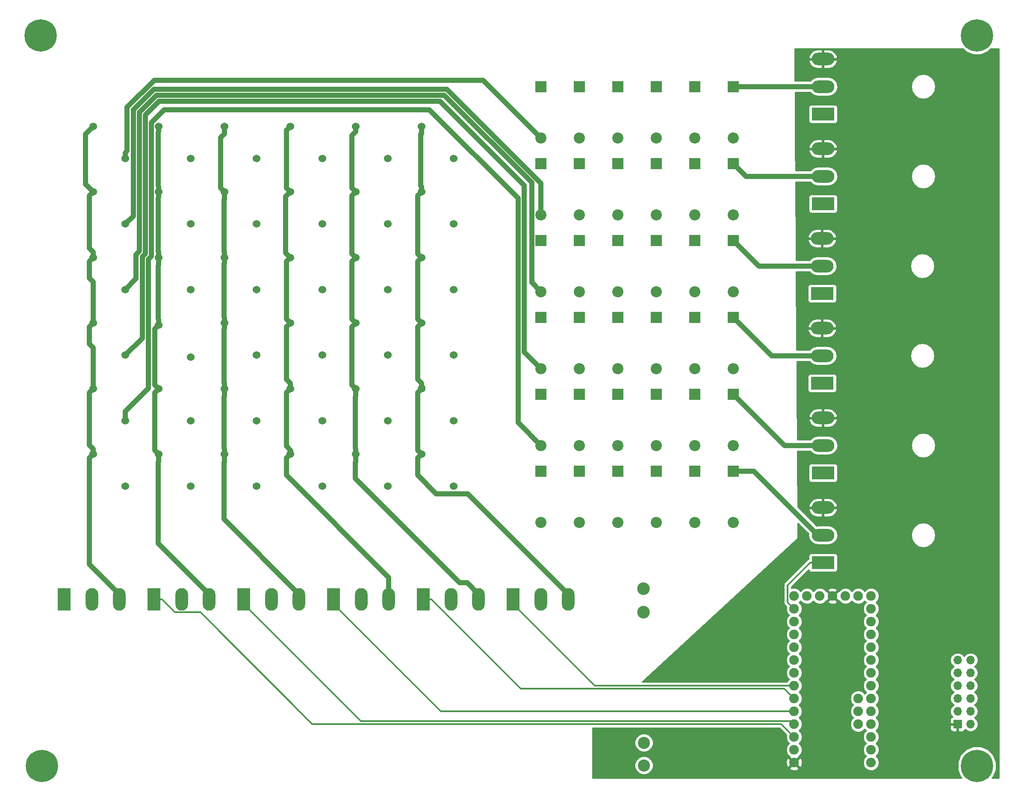
<source format=gbr>
G04 #@! TF.FileFunction,Copper,L1,Top,Signal*
%FSLAX46Y46*%
G04 Gerber Fmt 4.6, Leading zero omitted, Abs format (unit mm)*
G04 Created by KiCad (PCBNEW 4.0.6) date 04/26/18 13:40:25*
%MOMM*%
%LPD*%
G01*
G04 APERTURE LIST*
%ADD10C,0.100000*%
%ADD11R,2.200000X2.200000*%
%ADD12O,2.200000X2.200000*%
%ADD13C,1.524000*%
%ADD14C,2.400000*%
%ADD15R,1.700000X1.700000*%
%ADD16O,1.700000X1.700000*%
%ADD17C,6.400000*%
%ADD18C,1.900000*%
%ADD19C,2.500000*%
%ADD20R,4.500000X2.500000*%
%ADD21O,4.500000X2.500000*%
%ADD22R,2.500000X4.500000*%
%ADD23O,2.500000X4.500000*%
%ADD24C,0.600000*%
%ADD25C,1.000000*%
%ADD26C,0.300000*%
%ADD27C,0.254000*%
G04 APERTURE END LIST*
D10*
D11*
X124460000Y-27940000D03*
D12*
X124460000Y-38100000D03*
D11*
X132080000Y-27940000D03*
D12*
X132080000Y-38100000D03*
D11*
X139700000Y-27940000D03*
D12*
X139700000Y-38100000D03*
D11*
X147320000Y-27940000D03*
D12*
X147320000Y-38100000D03*
D11*
X154940000Y-27940000D03*
D12*
X154940000Y-38100000D03*
D11*
X162560000Y-27940000D03*
D12*
X162560000Y-38100000D03*
D11*
X124460000Y-43180000D03*
D12*
X124460000Y-53340000D03*
D11*
X132080000Y-43180000D03*
D12*
X132080000Y-53340000D03*
D11*
X139700000Y-43180000D03*
D12*
X139700000Y-53340000D03*
D11*
X147320000Y-43180000D03*
D12*
X147320000Y-53340000D03*
D11*
X154940000Y-43180000D03*
D12*
X154940000Y-53340000D03*
D11*
X162560000Y-43180000D03*
D12*
X162560000Y-53340000D03*
D11*
X124460000Y-58420000D03*
D12*
X124460000Y-68580000D03*
D11*
X132080000Y-58420000D03*
D12*
X132080000Y-68580000D03*
D11*
X139700000Y-58420000D03*
D12*
X139700000Y-68580000D03*
D11*
X147320000Y-58420000D03*
D12*
X147320000Y-68580000D03*
D11*
X154940000Y-58420000D03*
D12*
X154940000Y-68580000D03*
D11*
X162560000Y-58420000D03*
D12*
X162560000Y-68580000D03*
D11*
X124460000Y-73660000D03*
D12*
X124460000Y-83820000D03*
D11*
X132080000Y-73660000D03*
D12*
X132080000Y-83820000D03*
D11*
X139700000Y-73660000D03*
D12*
X139700000Y-83820000D03*
D11*
X147320000Y-73660000D03*
D12*
X147320000Y-83820000D03*
D11*
X154940000Y-73660000D03*
D12*
X154940000Y-83820000D03*
D11*
X162560000Y-73660000D03*
D12*
X162560000Y-83820000D03*
D11*
X124460000Y-88900000D03*
D12*
X124460000Y-99060000D03*
D11*
X132080000Y-88900000D03*
D12*
X132080000Y-99060000D03*
D11*
X139700000Y-88900000D03*
D12*
X139700000Y-99060000D03*
D11*
X147320000Y-88900000D03*
D12*
X147320000Y-99060000D03*
D11*
X154940000Y-88900000D03*
D12*
X154940000Y-99060000D03*
D11*
X162560000Y-88900000D03*
D12*
X162560000Y-99060000D03*
D11*
X124460000Y-104140000D03*
D12*
X124460000Y-114300000D03*
D11*
X132080000Y-104140000D03*
D12*
X132080000Y-114300000D03*
D11*
X139700000Y-104140000D03*
D12*
X139700000Y-114300000D03*
D11*
X147320000Y-104140000D03*
D12*
X147320000Y-114300000D03*
D11*
X154940000Y-104140000D03*
D12*
X154940000Y-114300000D03*
D11*
X162560000Y-104140000D03*
D12*
X162560000Y-114300000D03*
D13*
X35825000Y-35825000D03*
X42175000Y-42175000D03*
X48825000Y-35825000D03*
X55175000Y-42175000D03*
X61825000Y-35825000D03*
X68175000Y-42175000D03*
X74825000Y-35825000D03*
X81175000Y-42175000D03*
X87825000Y-35825000D03*
X94175000Y-42175000D03*
X100825000Y-35825000D03*
X107175000Y-42175000D03*
X35825000Y-48825000D03*
X42175000Y-55175000D03*
X48825000Y-48825000D03*
X55175000Y-55175000D03*
X61825000Y-48825000D03*
X68175000Y-55175000D03*
X74825000Y-48825000D03*
X81175000Y-55175000D03*
X87825000Y-48825000D03*
X94175000Y-55175000D03*
X100825000Y-48825000D03*
X107175000Y-55175000D03*
X35825000Y-61825000D03*
X42175000Y-68175000D03*
X48825000Y-61825000D03*
X55175000Y-68175000D03*
X61825000Y-61825000D03*
X68175000Y-68175000D03*
X74825000Y-61825000D03*
X81175000Y-68175000D03*
X87825000Y-61825000D03*
X94175000Y-68175000D03*
X100825000Y-61825000D03*
X107175000Y-68175000D03*
X35825000Y-74825000D03*
X42175000Y-81175000D03*
X48825000Y-75187999D03*
X55175000Y-81537999D03*
X61825000Y-74825000D03*
X68175000Y-81175000D03*
X74825000Y-74825000D03*
X81175000Y-81175000D03*
X87825000Y-74825000D03*
X94175000Y-81175000D03*
X100825000Y-74825000D03*
X107175000Y-81175000D03*
X35825000Y-87825000D03*
X42175000Y-94175000D03*
X48825000Y-87825000D03*
X55175000Y-94175000D03*
X61825000Y-87825000D03*
X68175000Y-94175000D03*
X74825000Y-87825000D03*
X81175000Y-94175000D03*
X87825000Y-87825000D03*
X94175000Y-94175000D03*
X100825000Y-87825000D03*
X107175000Y-94175000D03*
X35825000Y-100825000D03*
X42175000Y-107175000D03*
X48825000Y-100825000D03*
X55175000Y-107175000D03*
X61825000Y-100825000D03*
X68175000Y-107175000D03*
X74825000Y-100825000D03*
X81175000Y-107175000D03*
X87825000Y-100825000D03*
X94175000Y-107175000D03*
X100825000Y-100825000D03*
X107175000Y-107175000D03*
D14*
X144881600Y-157988000D03*
X144881600Y-162488000D03*
D15*
X207010000Y-154305000D03*
D16*
X209550000Y-154305000D03*
X207010000Y-151765000D03*
X209550000Y-151765000D03*
X207010000Y-149225000D03*
X209550000Y-149225000D03*
X207010000Y-146685000D03*
X209550000Y-146685000D03*
X207010000Y-144145000D03*
X209550000Y-144145000D03*
X207010000Y-141605000D03*
X209550000Y-141605000D03*
D17*
X210820000Y-17780000D03*
X25400000Y-17780000D03*
X25654000Y-162560000D03*
X210820000Y-162560000D03*
D18*
X187325000Y-154305000D03*
X187325000Y-151765000D03*
X187325000Y-149225000D03*
X177165000Y-128905000D03*
X179705000Y-128905000D03*
X182245000Y-128905000D03*
X187325000Y-128905000D03*
X184785000Y-128905000D03*
X174625000Y-159385000D03*
X174625000Y-156845000D03*
X174625000Y-154305000D03*
X174625000Y-151765000D03*
X174625000Y-149225000D03*
X174625000Y-146685000D03*
X174625000Y-144145000D03*
X174625000Y-141605000D03*
X174625000Y-139065000D03*
X174625000Y-136525000D03*
X174625000Y-133985000D03*
X174625000Y-131445000D03*
X174625000Y-128905000D03*
X189865000Y-128905000D03*
X189865000Y-131445000D03*
X189865000Y-133985000D03*
X189865000Y-136525000D03*
X189865000Y-139065000D03*
X189865000Y-141605000D03*
X189865000Y-144145000D03*
X189865000Y-146685000D03*
X189865000Y-149225000D03*
X189865000Y-151765000D03*
X189865000Y-154305000D03*
X189865000Y-156845000D03*
X189865000Y-159385000D03*
X189865000Y-161925000D03*
X174625000Y-161925000D03*
D19*
X144780000Y-127480000D03*
X144780000Y-132080000D03*
D20*
X180340000Y-33390000D03*
D21*
X180340000Y-27940000D03*
X180340000Y-22490000D03*
D20*
X180340000Y-51170000D03*
D21*
X180340000Y-45720000D03*
X180340000Y-40270000D03*
D20*
X180171100Y-68950000D03*
D21*
X180171100Y-63500000D03*
X180171100Y-58050000D03*
D20*
X180171100Y-86730000D03*
D21*
X180171100Y-81280000D03*
X180171100Y-75830000D03*
D20*
X180340000Y-104510000D03*
D21*
X180340000Y-99060000D03*
X180340000Y-93610000D03*
D20*
X180340000Y-122290000D03*
D21*
X180340000Y-116840000D03*
X180340000Y-111390000D03*
D22*
X30110000Y-129540000D03*
D23*
X35560000Y-129540000D03*
X41010000Y-129540000D03*
D22*
X47890000Y-129540000D03*
D23*
X53340000Y-129540000D03*
X58790000Y-129540000D03*
D22*
X65670000Y-129540000D03*
D23*
X71120000Y-129540000D03*
X76570000Y-129540000D03*
D22*
X83450000Y-129540000D03*
D23*
X88900000Y-129540000D03*
X94350000Y-129540000D03*
D22*
X101230000Y-129540000D03*
D23*
X106680000Y-129540000D03*
X112130000Y-129540000D03*
D22*
X119010000Y-129540000D03*
D23*
X124460000Y-129540000D03*
X129910000Y-129540000D03*
D24*
X139293600Y-156260800D03*
X139381600Y-162488000D03*
D25*
X162560000Y-27940000D02*
X180340000Y-27940000D01*
X113030000Y-26670000D02*
X124460000Y-38100000D01*
X47913858Y-26670000D02*
X113030000Y-26670000D01*
X42175000Y-41097370D02*
X42557978Y-40714392D01*
X42557978Y-40714392D02*
X42557978Y-32025880D01*
X42175000Y-42175000D02*
X42175000Y-41097370D01*
X42557978Y-32025880D02*
X47913858Y-26670000D01*
X180340000Y-45720000D02*
X165100000Y-45720000D01*
X165100000Y-45720000D02*
X162560000Y-43180000D01*
X43757989Y-53592011D02*
X42175000Y-55175000D01*
X43757989Y-32522940D02*
X43757989Y-53592011D01*
X124460000Y-47070929D02*
X105837070Y-28447999D01*
X124460000Y-53340000D02*
X124460000Y-47070929D01*
X105837070Y-28447999D02*
X47832930Y-28447999D01*
X47832930Y-28447999D02*
X43757989Y-32522940D01*
X162560000Y-58420000D02*
X167640000Y-63500000D01*
X167640000Y-63500000D02*
X180171100Y-63500000D01*
X122659999Y-66779999D02*
X124460000Y-68580000D01*
X42175000Y-68175000D02*
X44335978Y-66014022D01*
X44335978Y-66014022D02*
X44335978Y-61209920D01*
X122659999Y-46967999D02*
X122659999Y-66779999D01*
X44335978Y-61209920D02*
X44958000Y-60587898D01*
X44958000Y-60587898D02*
X44958000Y-33020000D01*
X44958000Y-33020000D02*
X48329990Y-29648010D01*
X48329990Y-29648010D02*
X105340010Y-29648010D01*
X105340010Y-29648010D02*
X122659999Y-46967999D01*
X170180000Y-81280000D02*
X180171100Y-81280000D01*
X162560000Y-73660000D02*
X170180000Y-81280000D01*
X45535989Y-77814011D02*
X42175000Y-81175000D01*
X46158010Y-33597990D02*
X46158009Y-34554940D01*
X45535989Y-61706980D02*
X45535989Y-77814011D01*
X46158009Y-61084960D02*
X45535989Y-61706980D01*
X48907980Y-30848020D02*
X46158010Y-33597990D01*
X121158000Y-47498000D02*
X104508020Y-30848020D01*
X121158001Y-80518001D02*
X121158000Y-47498000D01*
X124460000Y-83820000D02*
X121158001Y-80518001D01*
X104508020Y-30848020D02*
X48907980Y-30848020D01*
X46158009Y-34554940D02*
X46158009Y-61084960D01*
X172720000Y-99060000D02*
X180340000Y-99060000D01*
X162560000Y-88900000D02*
X172720000Y-99060000D01*
X46736000Y-87750238D02*
X46736000Y-62204040D01*
X46736000Y-62204040D02*
X47358020Y-61582020D01*
X47358020Y-61582020D02*
X47358020Y-35052000D01*
X47358020Y-35052000D02*
X49898020Y-32512000D01*
X49898020Y-32512000D02*
X102396002Y-32512000D01*
X102396002Y-32512000D02*
X119957990Y-50073988D01*
X119957990Y-50073988D02*
X119957990Y-94557990D01*
X119957990Y-94557990D02*
X124460000Y-99060000D01*
X42175000Y-94175000D02*
X42175000Y-92311238D01*
X42175000Y-92311238D02*
X46736000Y-87750238D01*
X162560000Y-104140000D02*
X166640000Y-104140000D01*
X166640000Y-104140000D02*
X179340000Y-116840000D01*
X179340000Y-116840000D02*
X180340000Y-116840000D01*
X35825000Y-48825000D02*
X34290000Y-47290000D01*
X34290000Y-47290000D02*
X34290000Y-37360000D01*
X34290000Y-37360000D02*
X35825000Y-35825000D01*
X35825000Y-61825000D02*
X35825000Y-60747370D01*
X35825000Y-60747370D02*
X35063001Y-59985371D01*
X35063001Y-59985371D02*
X35063001Y-49586999D01*
X35063001Y-49586999D02*
X35825000Y-48825000D01*
X35825000Y-74825000D02*
X35825000Y-66709002D01*
X35825000Y-66709002D02*
X35063001Y-65947003D01*
X35063001Y-65947003D02*
X35063001Y-62586999D01*
X35063001Y-62586999D02*
X35825000Y-61825000D01*
X35825000Y-87825000D02*
X35825000Y-79709002D01*
X35825000Y-79709002D02*
X35063001Y-78947003D01*
X35063001Y-78947003D02*
X35063001Y-75586999D01*
X35063001Y-75586999D02*
X35825000Y-74825000D01*
X35825000Y-100825000D02*
X35825000Y-99747370D01*
X35825000Y-99747370D02*
X35063001Y-98985371D01*
X35063001Y-98985371D02*
X35063001Y-88586999D01*
X35063001Y-88586999D02*
X35825000Y-87825000D01*
X35825000Y-100825000D02*
X35063001Y-101586999D01*
X35063001Y-101586999D02*
X35063001Y-122593001D01*
X35063001Y-122593001D02*
X41010000Y-128540000D01*
X41010000Y-128540000D02*
X41010000Y-129540000D01*
X35825000Y-35825000D02*
X35699999Y-35950001D01*
X48825000Y-100825000D02*
X48825000Y-102290998D01*
X48825000Y-102290998D02*
X48699999Y-102415999D01*
X48699999Y-102415999D02*
X48699999Y-118449999D01*
X48699999Y-118449999D02*
X58790000Y-128540000D01*
X58790000Y-128540000D02*
X58790000Y-129540000D01*
X48825000Y-87825000D02*
X48063001Y-88586999D01*
X48063001Y-88586999D02*
X48063001Y-100063001D01*
X48063001Y-100063001D02*
X48825000Y-100825000D01*
X48825000Y-75187999D02*
X48063001Y-75949998D01*
X48063001Y-75949998D02*
X48063001Y-87063001D01*
X48063001Y-87063001D02*
X48825000Y-87825000D01*
X48825000Y-61825000D02*
X48825000Y-63290998D01*
X48825000Y-63290998D02*
X48699999Y-63415999D01*
X48699999Y-63415999D02*
X48699999Y-73985368D01*
X48699999Y-73985368D02*
X48825000Y-74110369D01*
X48825000Y-74110369D02*
X48825000Y-75187999D01*
X48825000Y-48825000D02*
X48825000Y-49902630D01*
X48825000Y-49902630D02*
X48699999Y-50027631D01*
X48699999Y-50027631D02*
X48699999Y-60622369D01*
X48699999Y-60622369D02*
X48825000Y-60747370D01*
X48825000Y-60747370D02*
X48825000Y-61825000D01*
X48825000Y-35825000D02*
X48825000Y-36902630D01*
X48825000Y-36902630D02*
X48699999Y-37027631D01*
X48699999Y-37027631D02*
X48699999Y-47622369D01*
X48699999Y-47622369D02*
X48825000Y-47747370D01*
X48825000Y-47747370D02*
X48825000Y-48825000D01*
X61825000Y-100825000D02*
X61825000Y-102290998D01*
X61825000Y-102290998D02*
X61699999Y-102415999D01*
X61699999Y-102415999D02*
X61699999Y-113669999D01*
X61699999Y-113669999D02*
X76570000Y-128540000D01*
X76570000Y-128540000D02*
X76570000Y-129540000D01*
X61825000Y-87825000D02*
X61825000Y-89290998D01*
X61825000Y-89290998D02*
X61699999Y-89415999D01*
X61699999Y-89415999D02*
X61699999Y-99622369D01*
X61699999Y-99622369D02*
X61825000Y-99747370D01*
X61825000Y-99747370D02*
X61825000Y-100825000D01*
X61825000Y-74825000D02*
X61825000Y-75902630D01*
X61825000Y-75902630D02*
X61699999Y-76027631D01*
X61699999Y-76027631D02*
X61699999Y-86622369D01*
X61699999Y-86622369D02*
X61825000Y-86747370D01*
X61825000Y-86747370D02*
X61825000Y-87825000D01*
X61825000Y-61825000D02*
X61825000Y-62902630D01*
X61825000Y-62902630D02*
X61699999Y-63027631D01*
X61699999Y-63027631D02*
X61699999Y-73622369D01*
X61699999Y-73622369D02*
X61825000Y-73747370D01*
X61825000Y-73747370D02*
X61825000Y-74825000D01*
X61825000Y-48825000D02*
X61825000Y-50290998D01*
X61825000Y-50290998D02*
X61699999Y-50415999D01*
X61699999Y-50415999D02*
X61699999Y-60622369D01*
X61699999Y-60622369D02*
X61825000Y-60747370D01*
X61825000Y-60747370D02*
X61825000Y-61825000D01*
X61825000Y-35825000D02*
X61825000Y-37290998D01*
X61825000Y-37290998D02*
X61063001Y-38052997D01*
X61063001Y-38052997D02*
X61063001Y-48063001D01*
X61063001Y-48063001D02*
X61825000Y-48825000D01*
X74825000Y-48825000D02*
X74063001Y-48063001D01*
X74063001Y-48063001D02*
X74063001Y-36586999D01*
X74063001Y-36586999D02*
X74825000Y-35825000D01*
X74825000Y-61825000D02*
X73914000Y-60914000D01*
X73914000Y-60914000D02*
X73914000Y-49736000D01*
X73914000Y-49736000D02*
X74825000Y-48825000D01*
X74825000Y-61825000D02*
X74063001Y-62586999D01*
X74063001Y-62586999D02*
X74063001Y-74063001D01*
X74063001Y-74063001D02*
X74825000Y-74825000D01*
X74825000Y-87825000D02*
X74825000Y-86747370D01*
X74825000Y-86747370D02*
X74063001Y-85985371D01*
X74063001Y-85985371D02*
X74063001Y-75586999D01*
X74063001Y-75586999D02*
X74825000Y-74825000D01*
X74930000Y-100076000D02*
X74063001Y-99209001D01*
X74063001Y-99209001D02*
X74063001Y-88586999D01*
X74063001Y-88586999D02*
X74825000Y-87825000D01*
X74930000Y-100720000D02*
X74930000Y-100076000D01*
X94350000Y-129540000D02*
X94350000Y-125234002D01*
X94350000Y-125234002D02*
X74063001Y-104947003D01*
X74063001Y-104947003D02*
X74063001Y-101586999D01*
X74063001Y-101586999D02*
X74930000Y-100720000D01*
X87825000Y-100825000D02*
X87825000Y-102290998D01*
X87825000Y-102290998D02*
X87699999Y-102415999D01*
X87699999Y-102415999D02*
X87699999Y-105584001D01*
X87699999Y-105584001D02*
X108405998Y-126290000D01*
X108405998Y-126290000D02*
X109880000Y-126290000D01*
X109880000Y-126290000D02*
X112130000Y-128540000D01*
X112130000Y-128540000D02*
X112130000Y-129540000D01*
X87825000Y-87825000D02*
X87825000Y-89290998D01*
X87825000Y-89290998D02*
X87699999Y-89415999D01*
X87699999Y-89415999D02*
X87699999Y-99622369D01*
X87699999Y-99622369D02*
X87825000Y-99747370D01*
X87825000Y-99747370D02*
X87825000Y-100825000D01*
X87825000Y-74825000D02*
X87063001Y-75586999D01*
X87063001Y-75586999D02*
X87063001Y-87063001D01*
X87063001Y-87063001D02*
X87825000Y-87825000D01*
X87825000Y-61825000D02*
X87063001Y-62586999D01*
X87063001Y-62586999D02*
X87063001Y-74063001D01*
X87063001Y-74063001D02*
X87825000Y-74825000D01*
X87825000Y-48825000D02*
X87063001Y-49586999D01*
X87063001Y-49586999D02*
X87063001Y-61063001D01*
X87063001Y-61063001D02*
X87825000Y-61825000D01*
X87825000Y-35825000D02*
X87825000Y-36902630D01*
X87825000Y-36902630D02*
X87063001Y-37664629D01*
X87063001Y-37664629D02*
X87063001Y-48063001D01*
X87063001Y-48063001D02*
X87825000Y-48825000D01*
X100825000Y-100825000D02*
X100063001Y-100063001D01*
X100063001Y-100063001D02*
X100063001Y-88586999D01*
X100063001Y-88586999D02*
X101092000Y-87558000D01*
X101092000Y-87558000D02*
X100825000Y-87825000D01*
X100825000Y-74825000D02*
X100063001Y-74063001D01*
X100063001Y-74063001D02*
X100063001Y-62586999D01*
X100063001Y-62586999D02*
X100825000Y-61825000D01*
X100825000Y-87825000D02*
X100825000Y-86747370D01*
X100825000Y-86747370D02*
X100063001Y-85985371D01*
X100063001Y-85985371D02*
X100063001Y-75586999D01*
X100063001Y-75586999D02*
X100825000Y-74825000D01*
X129910000Y-129540000D02*
X129910000Y-128540000D01*
X129910000Y-128540000D02*
X110007001Y-108637001D01*
X110007001Y-108637001D02*
X103752999Y-108637001D01*
X103752999Y-108637001D02*
X100063001Y-104947003D01*
X100063001Y-104947003D02*
X100063001Y-101586999D01*
X100063001Y-101586999D02*
X100825000Y-100825000D01*
X100825000Y-48825000D02*
X100063001Y-49586999D01*
X100063001Y-49586999D02*
X100063001Y-61063001D01*
X100063001Y-61063001D02*
X100825000Y-61825000D01*
X100825000Y-47747370D02*
X100825000Y-48825000D01*
X100825000Y-35825000D02*
X100825000Y-37290998D01*
X100825000Y-37290998D02*
X100699999Y-37415999D01*
X100699999Y-37415999D02*
X100699999Y-47622369D01*
X100699999Y-47622369D02*
X100825000Y-47747370D01*
D26*
X180340000Y-122290000D02*
X177790000Y-122290000D01*
X177790000Y-122290000D02*
X173324999Y-126755001D01*
X173324999Y-126755001D02*
X173324999Y-130144999D01*
X173324999Y-130144999D02*
X173675001Y-130495001D01*
X173675001Y-130495001D02*
X174625000Y-131445000D01*
X30110000Y-130540000D02*
X30110000Y-129540000D01*
X174625000Y-156845000D02*
X172085000Y-154305000D01*
X172085000Y-154305000D02*
X79207002Y-154305000D01*
X79207002Y-154305000D02*
X57042012Y-132140010D01*
X57042012Y-132140010D02*
X52040010Y-132140010D01*
X52040010Y-132140010D02*
X49440000Y-129540000D01*
X49440000Y-129540000D02*
X47890000Y-129540000D01*
X174625000Y-151765000D02*
X104675000Y-151765000D01*
X104675000Y-151765000D02*
X83450000Y-130540000D01*
X83450000Y-130540000D02*
X83450000Y-129540000D01*
X174625000Y-149225000D02*
X172649999Y-147249999D01*
X172649999Y-147249999D02*
X120489999Y-147249999D01*
X120489999Y-147249999D02*
X102780000Y-129540000D01*
X102780000Y-129540000D02*
X101230000Y-129540000D01*
X174625000Y-146685000D02*
X135155000Y-146685000D01*
X135155000Y-146685000D02*
X119010000Y-130540000D01*
X119010000Y-130540000D02*
X119010000Y-129540000D01*
X174625000Y-154305000D02*
X173990000Y-153670000D01*
X173990000Y-153670000D02*
X88800000Y-153670000D01*
X88800000Y-153670000D02*
X65670000Y-130540000D01*
X65670000Y-130540000D02*
X65670000Y-129540000D01*
D27*
G36*
X208644811Y-21029259D02*
X210053825Y-21614333D01*
X211579482Y-21615664D01*
X212989515Y-21033050D01*
X213576589Y-20447000D01*
X215190000Y-20447000D01*
X215190000Y-164973000D01*
X213831033Y-164973000D01*
X214069259Y-164735189D01*
X214654333Y-163326175D01*
X214655664Y-161800518D01*
X214073050Y-160390485D01*
X212995189Y-159310741D01*
X211586175Y-158725667D01*
X210060518Y-158724336D01*
X208650485Y-159306950D01*
X207570741Y-160384811D01*
X206985667Y-161793825D01*
X206984336Y-163319482D01*
X207566950Y-164729515D01*
X207810010Y-164973000D01*
X134747000Y-164973000D01*
X134747000Y-162851403D01*
X143046282Y-162851403D01*
X143325055Y-163526086D01*
X143840799Y-164042730D01*
X144514995Y-164322681D01*
X145245003Y-164323318D01*
X145919686Y-164044545D01*
X146436330Y-163528801D01*
X146638737Y-163041350D01*
X173688255Y-163041350D01*
X173780792Y-163303019D01*
X174372398Y-163521188D01*
X175002461Y-163496352D01*
X175469208Y-163303019D01*
X175561745Y-163041350D01*
X174625000Y-162104605D01*
X173688255Y-163041350D01*
X146638737Y-163041350D01*
X146716281Y-162854605D01*
X146716918Y-162124597D01*
X146530074Y-161672398D01*
X173028812Y-161672398D01*
X173053648Y-162302461D01*
X173246981Y-162769208D01*
X173508650Y-162861745D01*
X174445395Y-161925000D01*
X174804605Y-161925000D01*
X175741350Y-162861745D01*
X176003019Y-162769208D01*
X176221188Y-162177602D01*
X176196352Y-161547539D01*
X176003019Y-161080792D01*
X175741350Y-160988255D01*
X174804605Y-161925000D01*
X174445395Y-161925000D01*
X173508650Y-160988255D01*
X173246981Y-161080792D01*
X173028812Y-161672398D01*
X146530074Y-161672398D01*
X146438145Y-161449914D01*
X145922401Y-160933270D01*
X145248205Y-160653319D01*
X144518197Y-160652682D01*
X143843514Y-160931455D01*
X143326870Y-161447199D01*
X143046919Y-162121395D01*
X143046282Y-162851403D01*
X134747000Y-162851403D01*
X134747000Y-158351403D01*
X143046282Y-158351403D01*
X143325055Y-159026086D01*
X143840799Y-159542730D01*
X144514995Y-159822681D01*
X145245003Y-159823318D01*
X145919686Y-159544545D01*
X146436330Y-159028801D01*
X146716281Y-158354605D01*
X146716918Y-157624597D01*
X146438145Y-156949914D01*
X145922401Y-156433270D01*
X145248205Y-156153319D01*
X144518197Y-156152682D01*
X143843514Y-156431455D01*
X143326870Y-156947199D01*
X143046919Y-157621395D01*
X143046282Y-158351403D01*
X134747000Y-158351403D01*
X134747000Y-155090000D01*
X171759842Y-155090000D01*
X173086607Y-156416765D01*
X173040276Y-156528341D01*
X173039725Y-157158893D01*
X173280519Y-157741657D01*
X173653471Y-158115261D01*
X173282086Y-158485997D01*
X173040276Y-159068341D01*
X173039725Y-159698893D01*
X173280519Y-160281657D01*
X173719211Y-160721116D01*
X173688255Y-160808650D01*
X174625000Y-161745395D01*
X175561745Y-160808650D01*
X175530593Y-160720561D01*
X175967914Y-160284003D01*
X176209724Y-159701659D01*
X176210275Y-159071107D01*
X175969481Y-158488343D01*
X175596529Y-158114739D01*
X175967914Y-157744003D01*
X176209724Y-157161659D01*
X176210275Y-156531107D01*
X175969481Y-155948343D01*
X175596529Y-155574739D01*
X175967914Y-155204003D01*
X176209724Y-154621659D01*
X176210275Y-153991107D01*
X175969481Y-153408343D01*
X175596529Y-153034739D01*
X175967914Y-152664003D01*
X176209724Y-152081659D01*
X176210275Y-151451107D01*
X175969481Y-150868343D01*
X175596529Y-150494739D01*
X175967914Y-150124003D01*
X176209724Y-149541659D01*
X176210275Y-148911107D01*
X175969481Y-148328343D01*
X175596529Y-147954739D01*
X175967914Y-147584003D01*
X176209724Y-147001659D01*
X176210275Y-146371107D01*
X175969481Y-145788343D01*
X175596529Y-145414739D01*
X175967914Y-145044003D01*
X176209724Y-144461659D01*
X176210275Y-143831107D01*
X175969481Y-143248343D01*
X175596529Y-142874739D01*
X175967914Y-142504003D01*
X176209724Y-141921659D01*
X176210275Y-141291107D01*
X175969481Y-140708343D01*
X175596529Y-140334739D01*
X175967914Y-139964003D01*
X176209724Y-139381659D01*
X176210275Y-138751107D01*
X175969481Y-138168343D01*
X175596529Y-137794739D01*
X175967914Y-137424003D01*
X176209724Y-136841659D01*
X176210275Y-136211107D01*
X175969481Y-135628343D01*
X175596529Y-135254739D01*
X175967914Y-134884003D01*
X176209724Y-134301659D01*
X176210275Y-133671107D01*
X175969481Y-133088343D01*
X175596529Y-132714739D01*
X175967914Y-132344003D01*
X176209724Y-131761659D01*
X176210275Y-131131107D01*
X175969481Y-130548343D01*
X175596529Y-130174739D01*
X175895261Y-129876529D01*
X176265997Y-130247914D01*
X176848341Y-130489724D01*
X177478893Y-130490275D01*
X178061657Y-130249481D01*
X178435261Y-129876529D01*
X178805997Y-130247914D01*
X179388341Y-130489724D01*
X180018893Y-130490275D01*
X180601657Y-130249481D01*
X180830186Y-130021350D01*
X181308255Y-130021350D01*
X181400792Y-130283019D01*
X181992398Y-130501188D01*
X182622461Y-130476352D01*
X183089208Y-130283019D01*
X183181745Y-130021350D01*
X182245000Y-129084605D01*
X181308255Y-130021350D01*
X180830186Y-130021350D01*
X181041116Y-129810789D01*
X181128650Y-129841745D01*
X182065395Y-128905000D01*
X182424605Y-128905000D01*
X183361350Y-129841745D01*
X183449439Y-129810593D01*
X183885997Y-130247914D01*
X184468341Y-130489724D01*
X185098893Y-130490275D01*
X185681657Y-130249481D01*
X186055261Y-129876529D01*
X186425997Y-130247914D01*
X187008341Y-130489724D01*
X187638893Y-130490275D01*
X188221657Y-130249481D01*
X188595261Y-129876529D01*
X188893471Y-130175261D01*
X188522086Y-130545997D01*
X188280276Y-131128341D01*
X188279725Y-131758893D01*
X188520519Y-132341657D01*
X188893471Y-132715261D01*
X188522086Y-133085997D01*
X188280276Y-133668341D01*
X188279725Y-134298893D01*
X188520519Y-134881657D01*
X188893471Y-135255261D01*
X188522086Y-135625997D01*
X188280276Y-136208341D01*
X188279725Y-136838893D01*
X188520519Y-137421657D01*
X188893471Y-137795261D01*
X188522086Y-138165997D01*
X188280276Y-138748341D01*
X188279725Y-139378893D01*
X188520519Y-139961657D01*
X188893471Y-140335261D01*
X188522086Y-140705997D01*
X188280276Y-141288341D01*
X188279725Y-141918893D01*
X188520519Y-142501657D01*
X188893471Y-142875261D01*
X188522086Y-143245997D01*
X188280276Y-143828341D01*
X188279725Y-144458893D01*
X188520519Y-145041657D01*
X188893471Y-145415261D01*
X188522086Y-145785997D01*
X188280276Y-146368341D01*
X188279725Y-146998893D01*
X188520519Y-147581657D01*
X188893471Y-147955261D01*
X188594739Y-148253471D01*
X188224003Y-147882086D01*
X187641659Y-147640276D01*
X187011107Y-147639725D01*
X186428343Y-147880519D01*
X185982086Y-148325997D01*
X185740276Y-148908341D01*
X185739725Y-149538893D01*
X185980519Y-150121657D01*
X186353471Y-150495261D01*
X185982086Y-150865997D01*
X185740276Y-151448341D01*
X185739725Y-152078893D01*
X185980519Y-152661657D01*
X186353471Y-153035261D01*
X185982086Y-153405997D01*
X185740276Y-153988341D01*
X185739725Y-154618893D01*
X185980519Y-155201657D01*
X186425997Y-155647914D01*
X187008341Y-155889724D01*
X187638893Y-155890275D01*
X188221657Y-155649481D01*
X188595261Y-155276529D01*
X188893471Y-155575261D01*
X188522086Y-155945997D01*
X188280276Y-156528341D01*
X188279725Y-157158893D01*
X188520519Y-157741657D01*
X188893471Y-158115261D01*
X188522086Y-158485997D01*
X188280276Y-159068341D01*
X188279725Y-159698893D01*
X188520519Y-160281657D01*
X188893471Y-160655261D01*
X188522086Y-161025997D01*
X188280276Y-161608341D01*
X188279725Y-162238893D01*
X188520519Y-162821657D01*
X188965997Y-163267914D01*
X189548341Y-163509724D01*
X190178893Y-163510275D01*
X190761657Y-163269481D01*
X191207914Y-162824003D01*
X191449724Y-162241659D01*
X191450275Y-161611107D01*
X191209481Y-161028343D01*
X190836529Y-160654739D01*
X191207914Y-160284003D01*
X191449724Y-159701659D01*
X191450275Y-159071107D01*
X191209481Y-158488343D01*
X190836529Y-158114739D01*
X191207914Y-157744003D01*
X191449724Y-157161659D01*
X191450275Y-156531107D01*
X191209481Y-155948343D01*
X190836529Y-155574739D01*
X191207914Y-155204003D01*
X191449724Y-154621659D01*
X191449751Y-154590750D01*
X205525000Y-154590750D01*
X205525000Y-155281310D01*
X205621673Y-155514699D01*
X205800302Y-155693327D01*
X206033691Y-155790000D01*
X206724250Y-155790000D01*
X206883000Y-155631250D01*
X206883000Y-154432000D01*
X205683750Y-154432000D01*
X205525000Y-154590750D01*
X191449751Y-154590750D01*
X191450275Y-153991107D01*
X191209481Y-153408343D01*
X190836529Y-153034739D01*
X191207914Y-152664003D01*
X191449724Y-152081659D01*
X191450275Y-151451107D01*
X191209481Y-150868343D01*
X190836529Y-150494739D01*
X191207914Y-150124003D01*
X191449724Y-149541659D01*
X191450275Y-148911107D01*
X191209481Y-148328343D01*
X190836529Y-147954739D01*
X191207914Y-147584003D01*
X191449724Y-147001659D01*
X191450275Y-146371107D01*
X191209481Y-145788343D01*
X190836529Y-145414739D01*
X191207914Y-145044003D01*
X191449724Y-144461659D01*
X191450275Y-143831107D01*
X191209481Y-143248343D01*
X190836529Y-142874739D01*
X191207914Y-142504003D01*
X191449724Y-141921659D01*
X191450000Y-141605000D01*
X205495907Y-141605000D01*
X205608946Y-142173285D01*
X205930853Y-142655054D01*
X206260026Y-142875000D01*
X205930853Y-143094946D01*
X205608946Y-143576715D01*
X205495907Y-144145000D01*
X205608946Y-144713285D01*
X205930853Y-145195054D01*
X206260026Y-145415000D01*
X205930853Y-145634946D01*
X205608946Y-146116715D01*
X205495907Y-146685000D01*
X205608946Y-147253285D01*
X205930853Y-147735054D01*
X206260026Y-147955000D01*
X205930853Y-148174946D01*
X205608946Y-148656715D01*
X205495907Y-149225000D01*
X205608946Y-149793285D01*
X205930853Y-150275054D01*
X206260026Y-150495000D01*
X205930853Y-150714946D01*
X205608946Y-151196715D01*
X205495907Y-151765000D01*
X205608946Y-152333285D01*
X205930853Y-152815054D01*
X205974777Y-152844403D01*
X205800302Y-152916673D01*
X205621673Y-153095301D01*
X205525000Y-153328690D01*
X205525000Y-154019250D01*
X205683750Y-154178000D01*
X206883000Y-154178000D01*
X206883000Y-154158000D01*
X207137000Y-154158000D01*
X207137000Y-154178000D01*
X207157000Y-154178000D01*
X207157000Y-154432000D01*
X207137000Y-154432000D01*
X207137000Y-155631250D01*
X207295750Y-155790000D01*
X207986309Y-155790000D01*
X208219698Y-155693327D01*
X208398327Y-155514699D01*
X208466903Y-155349142D01*
X208470853Y-155355054D01*
X208952622Y-155676961D01*
X209520907Y-155790000D01*
X209579093Y-155790000D01*
X210147378Y-155676961D01*
X210629147Y-155355054D01*
X210951054Y-154873285D01*
X211064093Y-154305000D01*
X210951054Y-153736715D01*
X210629147Y-153254946D01*
X210299974Y-153035000D01*
X210629147Y-152815054D01*
X210951054Y-152333285D01*
X211064093Y-151765000D01*
X210951054Y-151196715D01*
X210629147Y-150714946D01*
X210299974Y-150495000D01*
X210629147Y-150275054D01*
X210951054Y-149793285D01*
X211064093Y-149225000D01*
X210951054Y-148656715D01*
X210629147Y-148174946D01*
X210299974Y-147955000D01*
X210629147Y-147735054D01*
X210951054Y-147253285D01*
X211064093Y-146685000D01*
X210951054Y-146116715D01*
X210629147Y-145634946D01*
X210299974Y-145415000D01*
X210629147Y-145195054D01*
X210951054Y-144713285D01*
X211064093Y-144145000D01*
X210951054Y-143576715D01*
X210629147Y-143094946D01*
X210299974Y-142875000D01*
X210629147Y-142655054D01*
X210951054Y-142173285D01*
X211064093Y-141605000D01*
X210951054Y-141036715D01*
X210629147Y-140554946D01*
X210147378Y-140233039D01*
X209579093Y-140120000D01*
X209520907Y-140120000D01*
X208952622Y-140233039D01*
X208470853Y-140554946D01*
X208280000Y-140840578D01*
X208089147Y-140554946D01*
X207607378Y-140233039D01*
X207039093Y-140120000D01*
X206980907Y-140120000D01*
X206412622Y-140233039D01*
X205930853Y-140554946D01*
X205608946Y-141036715D01*
X205495907Y-141605000D01*
X191450000Y-141605000D01*
X191450275Y-141291107D01*
X191209481Y-140708343D01*
X190836529Y-140334739D01*
X191207914Y-139964003D01*
X191449724Y-139381659D01*
X191450275Y-138751107D01*
X191209481Y-138168343D01*
X190836529Y-137794739D01*
X191207914Y-137424003D01*
X191449724Y-136841659D01*
X191450275Y-136211107D01*
X191209481Y-135628343D01*
X190836529Y-135254739D01*
X191207914Y-134884003D01*
X191449724Y-134301659D01*
X191450275Y-133671107D01*
X191209481Y-133088343D01*
X190836529Y-132714739D01*
X191207914Y-132344003D01*
X191449724Y-131761659D01*
X191450275Y-131131107D01*
X191209481Y-130548343D01*
X190836529Y-130174739D01*
X191207914Y-129804003D01*
X191449724Y-129221659D01*
X191450275Y-128591107D01*
X191209481Y-128008343D01*
X190764003Y-127562086D01*
X190181659Y-127320276D01*
X189551107Y-127319725D01*
X188968343Y-127560519D01*
X188594739Y-127933471D01*
X188224003Y-127562086D01*
X187641659Y-127320276D01*
X187011107Y-127319725D01*
X186428343Y-127560519D01*
X186054739Y-127933471D01*
X185684003Y-127562086D01*
X185101659Y-127320276D01*
X184471107Y-127319725D01*
X183888343Y-127560519D01*
X183448884Y-127999211D01*
X183361350Y-127968255D01*
X182424605Y-128905000D01*
X182065395Y-128905000D01*
X181128650Y-127968255D01*
X181040561Y-127999407D01*
X180830172Y-127788650D01*
X181308255Y-127788650D01*
X182245000Y-128725395D01*
X183181745Y-127788650D01*
X183089208Y-127526981D01*
X182497602Y-127308812D01*
X181867539Y-127333648D01*
X181400792Y-127526981D01*
X181308255Y-127788650D01*
X180830172Y-127788650D01*
X180604003Y-127562086D01*
X180021659Y-127320276D01*
X179391107Y-127319725D01*
X178808343Y-127560519D01*
X178434739Y-127933471D01*
X178064003Y-127562086D01*
X177481659Y-127320276D01*
X176851107Y-127319725D01*
X176268343Y-127560519D01*
X175894739Y-127933471D01*
X175524003Y-127562086D01*
X174941659Y-127320276D01*
X174311107Y-127319725D01*
X174109999Y-127402821D01*
X174109999Y-127080159D01*
X177475436Y-123714722D01*
X177486838Y-123775317D01*
X177625910Y-123991441D01*
X177838110Y-124136431D01*
X178090000Y-124187440D01*
X182590000Y-124187440D01*
X182825317Y-124143162D01*
X183041441Y-124004090D01*
X183186431Y-123791890D01*
X183237440Y-123540000D01*
X183237440Y-121040000D01*
X183193162Y-120804683D01*
X183054090Y-120588559D01*
X182841890Y-120443569D01*
X182590000Y-120392560D01*
X178090000Y-120392560D01*
X177854683Y-120436838D01*
X177638559Y-120575910D01*
X177493569Y-120788110D01*
X177442560Y-121040000D01*
X177442560Y-121596181D01*
X177234921Y-121734921D01*
X172769920Y-126199922D01*
X172599754Y-126454594D01*
X172599754Y-126454595D01*
X172539999Y-126755001D01*
X172539999Y-130144999D01*
X172599754Y-130445406D01*
X172769920Y-130700078D01*
X173086607Y-131016765D01*
X173040276Y-131128341D01*
X173039725Y-131758893D01*
X173280519Y-132341657D01*
X173653471Y-132715261D01*
X173282086Y-133085997D01*
X173040276Y-133668341D01*
X173039725Y-134298893D01*
X173280519Y-134881657D01*
X173653471Y-135255261D01*
X173282086Y-135625997D01*
X173040276Y-136208341D01*
X173039725Y-136838893D01*
X173280519Y-137421657D01*
X173653471Y-137795261D01*
X173282086Y-138165997D01*
X173040276Y-138748341D01*
X173039725Y-139378893D01*
X173280519Y-139961657D01*
X173653471Y-140335261D01*
X173282086Y-140705997D01*
X173040276Y-141288341D01*
X173039725Y-141918893D01*
X173280519Y-142501657D01*
X173653471Y-142875261D01*
X173282086Y-143245997D01*
X173040276Y-143828341D01*
X173039725Y-144458893D01*
X173280519Y-145041657D01*
X173653471Y-145415261D01*
X173282086Y-145785997D01*
X173234748Y-145900000D01*
X144580001Y-145900000D01*
X175346238Y-117441231D01*
X175375716Y-117400334D01*
X175386997Y-117347169D01*
X175368189Y-114473321D01*
X177454290Y-116559422D01*
X177398480Y-116840000D01*
X177541967Y-117561358D01*
X177950584Y-118172896D01*
X178562122Y-118581513D01*
X179283480Y-118725000D01*
X181396520Y-118725000D01*
X182117878Y-118581513D01*
X182729416Y-118172896D01*
X183138033Y-117561358D01*
X183281520Y-116840000D01*
X183272032Y-116792296D01*
X197765000Y-116792296D01*
X197765000Y-116887704D01*
X197950353Y-117819538D01*
X198478195Y-118609509D01*
X199268166Y-119137351D01*
X200200000Y-119322704D01*
X201131834Y-119137351D01*
X201921805Y-118609509D01*
X202449647Y-117819538D01*
X202635000Y-116887704D01*
X202635000Y-116792296D01*
X202449647Y-115860462D01*
X201921805Y-115070491D01*
X201131834Y-114542649D01*
X200200000Y-114357296D01*
X199268166Y-114542649D01*
X198478195Y-115070491D01*
X197950353Y-115860462D01*
X197765000Y-116792296D01*
X183272032Y-116792296D01*
X183138033Y-116118642D01*
X182729416Y-115507104D01*
X182117878Y-115098487D01*
X181396520Y-114955000D01*
X179283480Y-114955000D01*
X179097188Y-114992056D01*
X175914777Y-111809645D01*
X177502305Y-111809645D01*
X177549886Y-111994026D01*
X177917301Y-112633094D01*
X178501309Y-113082912D01*
X179213000Y-113275000D01*
X180213000Y-113275000D01*
X180213000Y-111517000D01*
X180467000Y-111517000D01*
X180467000Y-113275000D01*
X181467000Y-113275000D01*
X182178691Y-113082912D01*
X182762699Y-112633094D01*
X183130114Y-111994026D01*
X183177695Y-111809645D01*
X183061572Y-111517000D01*
X180467000Y-111517000D01*
X180213000Y-111517000D01*
X177618428Y-111517000D01*
X177502305Y-111809645D01*
X175914777Y-111809645D01*
X175347041Y-111241909D01*
X175345264Y-110970355D01*
X177502305Y-110970355D01*
X177618428Y-111263000D01*
X180213000Y-111263000D01*
X180213000Y-109505000D01*
X180467000Y-109505000D01*
X180467000Y-111263000D01*
X183061572Y-111263000D01*
X183177695Y-110970355D01*
X183130114Y-110785974D01*
X182762699Y-110146906D01*
X182178691Y-109697088D01*
X181467000Y-109505000D01*
X180467000Y-109505000D01*
X180213000Y-109505000D01*
X179213000Y-109505000D01*
X178501309Y-109697088D01*
X177917301Y-110146906D01*
X177549886Y-110785974D01*
X177502305Y-110970355D01*
X175345264Y-110970355D01*
X175294804Y-103260000D01*
X177442560Y-103260000D01*
X177442560Y-105760000D01*
X177486838Y-105995317D01*
X177625910Y-106211441D01*
X177838110Y-106356431D01*
X178090000Y-106407440D01*
X182590000Y-106407440D01*
X182825317Y-106363162D01*
X183041441Y-106224090D01*
X183186431Y-106011890D01*
X183237440Y-105760000D01*
X183237440Y-103260000D01*
X183193162Y-103024683D01*
X183054090Y-102808559D01*
X182841890Y-102663569D01*
X182590000Y-102612560D01*
X178090000Y-102612560D01*
X177854683Y-102656838D01*
X177638559Y-102795910D01*
X177493569Y-103008110D01*
X177442560Y-103260000D01*
X175294804Y-103260000D01*
X175274745Y-100195000D01*
X177818354Y-100195000D01*
X177950584Y-100392896D01*
X178562122Y-100801513D01*
X179283480Y-100945000D01*
X181396520Y-100945000D01*
X182117878Y-100801513D01*
X182729416Y-100392896D01*
X183138033Y-99781358D01*
X183281520Y-99060000D01*
X183272032Y-99012296D01*
X197765000Y-99012296D01*
X197765000Y-99107704D01*
X197950353Y-100039538D01*
X198478195Y-100829509D01*
X199268166Y-101357351D01*
X200200000Y-101542704D01*
X201131834Y-101357351D01*
X201921805Y-100829509D01*
X202449647Y-100039538D01*
X202635000Y-99107704D01*
X202635000Y-99012296D01*
X202449647Y-98080462D01*
X201921805Y-97290491D01*
X201131834Y-96762649D01*
X200200000Y-96577296D01*
X199268166Y-96762649D01*
X198478195Y-97290491D01*
X197950353Y-98080462D01*
X197765000Y-99012296D01*
X183272032Y-99012296D01*
X183138033Y-98338642D01*
X182729416Y-97727104D01*
X182117878Y-97318487D01*
X181396520Y-97175000D01*
X179283480Y-97175000D01*
X178562122Y-97318487D01*
X177950584Y-97727104D01*
X177818354Y-97925000D01*
X175259889Y-97925000D01*
X175234396Y-94029645D01*
X177502305Y-94029645D01*
X177549886Y-94214026D01*
X177917301Y-94853094D01*
X178501309Y-95302912D01*
X179213000Y-95495000D01*
X180213000Y-95495000D01*
X180213000Y-93737000D01*
X180467000Y-93737000D01*
X180467000Y-95495000D01*
X181467000Y-95495000D01*
X182178691Y-95302912D01*
X182762699Y-94853094D01*
X183130114Y-94214026D01*
X183177695Y-94029645D01*
X183061572Y-93737000D01*
X180467000Y-93737000D01*
X180213000Y-93737000D01*
X177618428Y-93737000D01*
X177502305Y-94029645D01*
X175234396Y-94029645D01*
X175228904Y-93190355D01*
X177502305Y-93190355D01*
X177618428Y-93483000D01*
X180213000Y-93483000D01*
X180213000Y-91725000D01*
X180467000Y-91725000D01*
X180467000Y-93483000D01*
X183061572Y-93483000D01*
X183177695Y-93190355D01*
X183130114Y-93005974D01*
X182762699Y-92366906D01*
X182178691Y-91917088D01*
X181467000Y-91725000D01*
X180467000Y-91725000D01*
X180213000Y-91725000D01*
X179213000Y-91725000D01*
X178501309Y-91917088D01*
X177917301Y-92366906D01*
X177549886Y-93005974D01*
X177502305Y-93190355D01*
X175228904Y-93190355D01*
X175178443Y-85480000D01*
X177273660Y-85480000D01*
X177273660Y-87980000D01*
X177317938Y-88215317D01*
X177457010Y-88431441D01*
X177669210Y-88576431D01*
X177921100Y-88627440D01*
X182421100Y-88627440D01*
X182656417Y-88583162D01*
X182872541Y-88444090D01*
X183017531Y-88231890D01*
X183068540Y-87980000D01*
X183068540Y-85480000D01*
X183024262Y-85244683D01*
X182885190Y-85028559D01*
X182672990Y-84883569D01*
X182421100Y-84832560D01*
X177921100Y-84832560D01*
X177685783Y-84876838D01*
X177469659Y-85015910D01*
X177324669Y-85228110D01*
X177273660Y-85480000D01*
X175178443Y-85480000D01*
X175158383Y-82415000D01*
X177649454Y-82415000D01*
X177781684Y-82612896D01*
X178393222Y-83021513D01*
X179114580Y-83165000D01*
X181227620Y-83165000D01*
X181948978Y-83021513D01*
X182560516Y-82612896D01*
X182969133Y-82001358D01*
X183112620Y-81280000D01*
X183103132Y-81232296D01*
X197596100Y-81232296D01*
X197596100Y-81327704D01*
X197781453Y-82259538D01*
X198309295Y-83049509D01*
X199099266Y-83577351D01*
X200031100Y-83762704D01*
X200962934Y-83577351D01*
X201752905Y-83049509D01*
X202280747Y-82259538D01*
X202466100Y-81327704D01*
X202466100Y-81232296D01*
X202280747Y-80300462D01*
X201752905Y-79510491D01*
X200962934Y-78982649D01*
X200031100Y-78797296D01*
X199099266Y-78982649D01*
X198309295Y-79510491D01*
X197781453Y-80300462D01*
X197596100Y-81232296D01*
X183103132Y-81232296D01*
X182969133Y-80558642D01*
X182560516Y-79947104D01*
X181948978Y-79538487D01*
X181227620Y-79395000D01*
X179114580Y-79395000D01*
X178393222Y-79538487D01*
X177781684Y-79947104D01*
X177649454Y-80145000D01*
X175143527Y-80145000D01*
X175118034Y-76249645D01*
X177333405Y-76249645D01*
X177380986Y-76434026D01*
X177748401Y-77073094D01*
X178332409Y-77522912D01*
X179044100Y-77715000D01*
X180044100Y-77715000D01*
X180044100Y-75957000D01*
X180298100Y-75957000D01*
X180298100Y-77715000D01*
X181298100Y-77715000D01*
X182009791Y-77522912D01*
X182593799Y-77073094D01*
X182961214Y-76434026D01*
X183008795Y-76249645D01*
X182892672Y-75957000D01*
X180298100Y-75957000D01*
X180044100Y-75957000D01*
X177449528Y-75957000D01*
X177333405Y-76249645D01*
X175118034Y-76249645D01*
X175112542Y-75410355D01*
X177333405Y-75410355D01*
X177449528Y-75703000D01*
X180044100Y-75703000D01*
X180044100Y-73945000D01*
X180298100Y-73945000D01*
X180298100Y-75703000D01*
X182892672Y-75703000D01*
X183008795Y-75410355D01*
X182961214Y-75225974D01*
X182593799Y-74586906D01*
X182009791Y-74137088D01*
X181298100Y-73945000D01*
X180298100Y-73945000D01*
X180044100Y-73945000D01*
X179044100Y-73945000D01*
X178332409Y-74137088D01*
X177748401Y-74586906D01*
X177380986Y-75225974D01*
X177333405Y-75410355D01*
X175112542Y-75410355D01*
X175062081Y-67700000D01*
X177273660Y-67700000D01*
X177273660Y-70200000D01*
X177317938Y-70435317D01*
X177457010Y-70651441D01*
X177669210Y-70796431D01*
X177921100Y-70847440D01*
X182421100Y-70847440D01*
X182656417Y-70803162D01*
X182872541Y-70664090D01*
X183017531Y-70451890D01*
X183068540Y-70200000D01*
X183068540Y-67700000D01*
X183024262Y-67464683D01*
X182885190Y-67248559D01*
X182672990Y-67103569D01*
X182421100Y-67052560D01*
X177921100Y-67052560D01*
X177685783Y-67096838D01*
X177469659Y-67235910D01*
X177324669Y-67448110D01*
X177273660Y-67700000D01*
X175062081Y-67700000D01*
X175042022Y-64635000D01*
X177649454Y-64635000D01*
X177781684Y-64832896D01*
X178393222Y-65241513D01*
X179114580Y-65385000D01*
X181227620Y-65385000D01*
X181948978Y-65241513D01*
X182560516Y-64832896D01*
X182969133Y-64221358D01*
X183112620Y-63500000D01*
X183103132Y-63452296D01*
X197596100Y-63452296D01*
X197596100Y-63547704D01*
X197781453Y-64479538D01*
X198309295Y-65269509D01*
X199099266Y-65797351D01*
X200031100Y-65982704D01*
X200962934Y-65797351D01*
X201752905Y-65269509D01*
X202280747Y-64479538D01*
X202466100Y-63547704D01*
X202466100Y-63452296D01*
X202280747Y-62520462D01*
X201752905Y-61730491D01*
X200962934Y-61202649D01*
X200031100Y-61017296D01*
X199099266Y-61202649D01*
X198309295Y-61730491D01*
X197781453Y-62520462D01*
X197596100Y-63452296D01*
X183103132Y-63452296D01*
X182969133Y-62778642D01*
X182560516Y-62167104D01*
X181948978Y-61758487D01*
X181227620Y-61615000D01*
X179114580Y-61615000D01*
X178393222Y-61758487D01*
X177781684Y-62167104D01*
X177649454Y-62365000D01*
X175027166Y-62365000D01*
X175001673Y-58469645D01*
X177333405Y-58469645D01*
X177380986Y-58654026D01*
X177748401Y-59293094D01*
X178332409Y-59742912D01*
X179044100Y-59935000D01*
X180044100Y-59935000D01*
X180044100Y-58177000D01*
X180298100Y-58177000D01*
X180298100Y-59935000D01*
X181298100Y-59935000D01*
X182009791Y-59742912D01*
X182593799Y-59293094D01*
X182961214Y-58654026D01*
X183008795Y-58469645D01*
X182892672Y-58177000D01*
X180298100Y-58177000D01*
X180044100Y-58177000D01*
X177449528Y-58177000D01*
X177333405Y-58469645D01*
X175001673Y-58469645D01*
X174996181Y-57630355D01*
X177333405Y-57630355D01*
X177449528Y-57923000D01*
X180044100Y-57923000D01*
X180044100Y-56165000D01*
X180298100Y-56165000D01*
X180298100Y-57923000D01*
X182892672Y-57923000D01*
X183008795Y-57630355D01*
X182961214Y-57445974D01*
X182593799Y-56806906D01*
X182009791Y-56357088D01*
X181298100Y-56165000D01*
X180298100Y-56165000D01*
X180044100Y-56165000D01*
X179044100Y-56165000D01*
X178332409Y-56357088D01*
X177748401Y-56806906D01*
X177380986Y-57445974D01*
X177333405Y-57630355D01*
X174996181Y-57630355D01*
X174945721Y-49920000D01*
X177442560Y-49920000D01*
X177442560Y-52420000D01*
X177486838Y-52655317D01*
X177625910Y-52871441D01*
X177838110Y-53016431D01*
X178090000Y-53067440D01*
X182590000Y-53067440D01*
X182825317Y-53023162D01*
X183041441Y-52884090D01*
X183186431Y-52671890D01*
X183237440Y-52420000D01*
X183237440Y-49920000D01*
X183193162Y-49684683D01*
X183054090Y-49468559D01*
X182841890Y-49323569D01*
X182590000Y-49272560D01*
X178090000Y-49272560D01*
X177854683Y-49316838D01*
X177638559Y-49455910D01*
X177493569Y-49668110D01*
X177442560Y-49920000D01*
X174945721Y-49920000D01*
X174925661Y-46855000D01*
X177818354Y-46855000D01*
X177950584Y-47052896D01*
X178562122Y-47461513D01*
X179283480Y-47605000D01*
X181396520Y-47605000D01*
X182117878Y-47461513D01*
X182729416Y-47052896D01*
X183138033Y-46441358D01*
X183281520Y-45720000D01*
X183272032Y-45672296D01*
X197765000Y-45672296D01*
X197765000Y-45767704D01*
X197950353Y-46699538D01*
X198478195Y-47489509D01*
X199268166Y-48017351D01*
X200200000Y-48202704D01*
X201131834Y-48017351D01*
X201921805Y-47489509D01*
X202449647Y-46699538D01*
X202635000Y-45767704D01*
X202635000Y-45672296D01*
X202449647Y-44740462D01*
X201921805Y-43950491D01*
X201131834Y-43422649D01*
X200200000Y-43237296D01*
X199268166Y-43422649D01*
X198478195Y-43950491D01*
X197950353Y-44740462D01*
X197765000Y-45672296D01*
X183272032Y-45672296D01*
X183138033Y-44998642D01*
X182729416Y-44387104D01*
X182117878Y-43978487D01*
X181396520Y-43835000D01*
X179283480Y-43835000D01*
X178562122Y-43978487D01*
X177950584Y-44387104D01*
X177818354Y-44585000D01*
X174910805Y-44585000D01*
X174885312Y-40689645D01*
X177502305Y-40689645D01*
X177549886Y-40874026D01*
X177917301Y-41513094D01*
X178501309Y-41962912D01*
X179213000Y-42155000D01*
X180213000Y-42155000D01*
X180213000Y-40397000D01*
X180467000Y-40397000D01*
X180467000Y-42155000D01*
X181467000Y-42155000D01*
X182178691Y-41962912D01*
X182762699Y-41513094D01*
X183130114Y-40874026D01*
X183177695Y-40689645D01*
X183061572Y-40397000D01*
X180467000Y-40397000D01*
X180213000Y-40397000D01*
X177618428Y-40397000D01*
X177502305Y-40689645D01*
X174885312Y-40689645D01*
X174879820Y-39850355D01*
X177502305Y-39850355D01*
X177618428Y-40143000D01*
X180213000Y-40143000D01*
X180213000Y-38385000D01*
X180467000Y-38385000D01*
X180467000Y-40143000D01*
X183061572Y-40143000D01*
X183177695Y-39850355D01*
X183130114Y-39665974D01*
X182762699Y-39026906D01*
X182178691Y-38577088D01*
X181467000Y-38385000D01*
X180467000Y-38385000D01*
X180213000Y-38385000D01*
X179213000Y-38385000D01*
X178501309Y-38577088D01*
X177917301Y-39026906D01*
X177549886Y-39665974D01*
X177502305Y-39850355D01*
X174879820Y-39850355D01*
X174829359Y-32140000D01*
X177442560Y-32140000D01*
X177442560Y-34640000D01*
X177486838Y-34875317D01*
X177625910Y-35091441D01*
X177838110Y-35236431D01*
X178090000Y-35287440D01*
X182590000Y-35287440D01*
X182825317Y-35243162D01*
X183041441Y-35104090D01*
X183186431Y-34891890D01*
X183237440Y-34640000D01*
X183237440Y-32140000D01*
X183193162Y-31904683D01*
X183054090Y-31688559D01*
X182841890Y-31543569D01*
X182590000Y-31492560D01*
X178090000Y-31492560D01*
X177854683Y-31536838D01*
X177638559Y-31675910D01*
X177493569Y-31888110D01*
X177442560Y-32140000D01*
X174829359Y-32140000D01*
X174809300Y-29075000D01*
X177818354Y-29075000D01*
X177950584Y-29272896D01*
X178562122Y-29681513D01*
X179283480Y-29825000D01*
X181396520Y-29825000D01*
X182117878Y-29681513D01*
X182729416Y-29272896D01*
X183138033Y-28661358D01*
X183281520Y-27940000D01*
X183272032Y-27892296D01*
X197765000Y-27892296D01*
X197765000Y-27987704D01*
X197950353Y-28919538D01*
X198478195Y-29709509D01*
X199268166Y-30237351D01*
X200200000Y-30422704D01*
X201131834Y-30237351D01*
X201921805Y-29709509D01*
X202449647Y-28919538D01*
X202635000Y-27987704D01*
X202635000Y-27892296D01*
X202449647Y-26960462D01*
X201921805Y-26170491D01*
X201131834Y-25642649D01*
X200200000Y-25457296D01*
X199268166Y-25642649D01*
X198478195Y-26170491D01*
X197950353Y-26960462D01*
X197765000Y-27892296D01*
X183272032Y-27892296D01*
X183138033Y-27218642D01*
X182729416Y-26607104D01*
X182117878Y-26198487D01*
X181396520Y-26055000D01*
X179283480Y-26055000D01*
X178562122Y-26198487D01*
X177950584Y-26607104D01*
X177818354Y-26805000D01*
X174794444Y-26805000D01*
X174768951Y-22909645D01*
X177502305Y-22909645D01*
X177549886Y-23094026D01*
X177917301Y-23733094D01*
X178501309Y-24182912D01*
X179213000Y-24375000D01*
X180213000Y-24375000D01*
X180213000Y-22617000D01*
X180467000Y-22617000D01*
X180467000Y-24375000D01*
X181467000Y-24375000D01*
X182178691Y-24182912D01*
X182762699Y-23733094D01*
X183130114Y-23094026D01*
X183177695Y-22909645D01*
X183061572Y-22617000D01*
X180467000Y-22617000D01*
X180213000Y-22617000D01*
X177618428Y-22617000D01*
X177502305Y-22909645D01*
X174768951Y-22909645D01*
X174763459Y-22070355D01*
X177502305Y-22070355D01*
X177618428Y-22363000D01*
X180213000Y-22363000D01*
X180213000Y-20605000D01*
X180467000Y-20605000D01*
X180467000Y-22363000D01*
X183061572Y-22363000D01*
X183177695Y-22070355D01*
X183130114Y-21885974D01*
X182762699Y-21246906D01*
X182178691Y-20797088D01*
X181467000Y-20605000D01*
X180467000Y-20605000D01*
X180213000Y-20605000D01*
X179213000Y-20605000D01*
X178501309Y-20797088D01*
X177917301Y-21246906D01*
X177549886Y-21885974D01*
X177502305Y-22070355D01*
X174763459Y-22070355D01*
X174752834Y-20447000D01*
X208063567Y-20447000D01*
X208644811Y-21029259D01*
X208644811Y-21029259D01*
G37*
X208644811Y-21029259D02*
X210053825Y-21614333D01*
X211579482Y-21615664D01*
X212989515Y-21033050D01*
X213576589Y-20447000D01*
X215190000Y-20447000D01*
X215190000Y-164973000D01*
X213831033Y-164973000D01*
X214069259Y-164735189D01*
X214654333Y-163326175D01*
X214655664Y-161800518D01*
X214073050Y-160390485D01*
X212995189Y-159310741D01*
X211586175Y-158725667D01*
X210060518Y-158724336D01*
X208650485Y-159306950D01*
X207570741Y-160384811D01*
X206985667Y-161793825D01*
X206984336Y-163319482D01*
X207566950Y-164729515D01*
X207810010Y-164973000D01*
X134747000Y-164973000D01*
X134747000Y-162851403D01*
X143046282Y-162851403D01*
X143325055Y-163526086D01*
X143840799Y-164042730D01*
X144514995Y-164322681D01*
X145245003Y-164323318D01*
X145919686Y-164044545D01*
X146436330Y-163528801D01*
X146638737Y-163041350D01*
X173688255Y-163041350D01*
X173780792Y-163303019D01*
X174372398Y-163521188D01*
X175002461Y-163496352D01*
X175469208Y-163303019D01*
X175561745Y-163041350D01*
X174625000Y-162104605D01*
X173688255Y-163041350D01*
X146638737Y-163041350D01*
X146716281Y-162854605D01*
X146716918Y-162124597D01*
X146530074Y-161672398D01*
X173028812Y-161672398D01*
X173053648Y-162302461D01*
X173246981Y-162769208D01*
X173508650Y-162861745D01*
X174445395Y-161925000D01*
X174804605Y-161925000D01*
X175741350Y-162861745D01*
X176003019Y-162769208D01*
X176221188Y-162177602D01*
X176196352Y-161547539D01*
X176003019Y-161080792D01*
X175741350Y-160988255D01*
X174804605Y-161925000D01*
X174445395Y-161925000D01*
X173508650Y-160988255D01*
X173246981Y-161080792D01*
X173028812Y-161672398D01*
X146530074Y-161672398D01*
X146438145Y-161449914D01*
X145922401Y-160933270D01*
X145248205Y-160653319D01*
X144518197Y-160652682D01*
X143843514Y-160931455D01*
X143326870Y-161447199D01*
X143046919Y-162121395D01*
X143046282Y-162851403D01*
X134747000Y-162851403D01*
X134747000Y-158351403D01*
X143046282Y-158351403D01*
X143325055Y-159026086D01*
X143840799Y-159542730D01*
X144514995Y-159822681D01*
X145245003Y-159823318D01*
X145919686Y-159544545D01*
X146436330Y-159028801D01*
X146716281Y-158354605D01*
X146716918Y-157624597D01*
X146438145Y-156949914D01*
X145922401Y-156433270D01*
X145248205Y-156153319D01*
X144518197Y-156152682D01*
X143843514Y-156431455D01*
X143326870Y-156947199D01*
X143046919Y-157621395D01*
X143046282Y-158351403D01*
X134747000Y-158351403D01*
X134747000Y-155090000D01*
X171759842Y-155090000D01*
X173086607Y-156416765D01*
X173040276Y-156528341D01*
X173039725Y-157158893D01*
X173280519Y-157741657D01*
X173653471Y-158115261D01*
X173282086Y-158485997D01*
X173040276Y-159068341D01*
X173039725Y-159698893D01*
X173280519Y-160281657D01*
X173719211Y-160721116D01*
X173688255Y-160808650D01*
X174625000Y-161745395D01*
X175561745Y-160808650D01*
X175530593Y-160720561D01*
X175967914Y-160284003D01*
X176209724Y-159701659D01*
X176210275Y-159071107D01*
X175969481Y-158488343D01*
X175596529Y-158114739D01*
X175967914Y-157744003D01*
X176209724Y-157161659D01*
X176210275Y-156531107D01*
X175969481Y-155948343D01*
X175596529Y-155574739D01*
X175967914Y-155204003D01*
X176209724Y-154621659D01*
X176210275Y-153991107D01*
X175969481Y-153408343D01*
X175596529Y-153034739D01*
X175967914Y-152664003D01*
X176209724Y-152081659D01*
X176210275Y-151451107D01*
X175969481Y-150868343D01*
X175596529Y-150494739D01*
X175967914Y-150124003D01*
X176209724Y-149541659D01*
X176210275Y-148911107D01*
X175969481Y-148328343D01*
X175596529Y-147954739D01*
X175967914Y-147584003D01*
X176209724Y-147001659D01*
X176210275Y-146371107D01*
X175969481Y-145788343D01*
X175596529Y-145414739D01*
X175967914Y-145044003D01*
X176209724Y-144461659D01*
X176210275Y-143831107D01*
X175969481Y-143248343D01*
X175596529Y-142874739D01*
X175967914Y-142504003D01*
X176209724Y-141921659D01*
X176210275Y-141291107D01*
X175969481Y-140708343D01*
X175596529Y-140334739D01*
X175967914Y-139964003D01*
X176209724Y-139381659D01*
X176210275Y-138751107D01*
X175969481Y-138168343D01*
X175596529Y-137794739D01*
X175967914Y-137424003D01*
X176209724Y-136841659D01*
X176210275Y-136211107D01*
X175969481Y-135628343D01*
X175596529Y-135254739D01*
X175967914Y-134884003D01*
X176209724Y-134301659D01*
X176210275Y-133671107D01*
X175969481Y-133088343D01*
X175596529Y-132714739D01*
X175967914Y-132344003D01*
X176209724Y-131761659D01*
X176210275Y-131131107D01*
X175969481Y-130548343D01*
X175596529Y-130174739D01*
X175895261Y-129876529D01*
X176265997Y-130247914D01*
X176848341Y-130489724D01*
X177478893Y-130490275D01*
X178061657Y-130249481D01*
X178435261Y-129876529D01*
X178805997Y-130247914D01*
X179388341Y-130489724D01*
X180018893Y-130490275D01*
X180601657Y-130249481D01*
X180830186Y-130021350D01*
X181308255Y-130021350D01*
X181400792Y-130283019D01*
X181992398Y-130501188D01*
X182622461Y-130476352D01*
X183089208Y-130283019D01*
X183181745Y-130021350D01*
X182245000Y-129084605D01*
X181308255Y-130021350D01*
X180830186Y-130021350D01*
X181041116Y-129810789D01*
X181128650Y-129841745D01*
X182065395Y-128905000D01*
X182424605Y-128905000D01*
X183361350Y-129841745D01*
X183449439Y-129810593D01*
X183885997Y-130247914D01*
X184468341Y-130489724D01*
X185098893Y-130490275D01*
X185681657Y-130249481D01*
X186055261Y-129876529D01*
X186425997Y-130247914D01*
X187008341Y-130489724D01*
X187638893Y-130490275D01*
X188221657Y-130249481D01*
X188595261Y-129876529D01*
X188893471Y-130175261D01*
X188522086Y-130545997D01*
X188280276Y-131128341D01*
X188279725Y-131758893D01*
X188520519Y-132341657D01*
X188893471Y-132715261D01*
X188522086Y-133085997D01*
X188280276Y-133668341D01*
X188279725Y-134298893D01*
X188520519Y-134881657D01*
X188893471Y-135255261D01*
X188522086Y-135625997D01*
X188280276Y-136208341D01*
X188279725Y-136838893D01*
X188520519Y-137421657D01*
X188893471Y-137795261D01*
X188522086Y-138165997D01*
X188280276Y-138748341D01*
X188279725Y-139378893D01*
X188520519Y-139961657D01*
X188893471Y-140335261D01*
X188522086Y-140705997D01*
X188280276Y-141288341D01*
X188279725Y-141918893D01*
X188520519Y-142501657D01*
X188893471Y-142875261D01*
X188522086Y-143245997D01*
X188280276Y-143828341D01*
X188279725Y-144458893D01*
X188520519Y-145041657D01*
X188893471Y-145415261D01*
X188522086Y-145785997D01*
X188280276Y-146368341D01*
X188279725Y-146998893D01*
X188520519Y-147581657D01*
X188893471Y-147955261D01*
X188594739Y-148253471D01*
X188224003Y-147882086D01*
X187641659Y-147640276D01*
X187011107Y-147639725D01*
X186428343Y-147880519D01*
X185982086Y-148325997D01*
X185740276Y-148908341D01*
X185739725Y-149538893D01*
X185980519Y-150121657D01*
X186353471Y-150495261D01*
X185982086Y-150865997D01*
X185740276Y-151448341D01*
X185739725Y-152078893D01*
X185980519Y-152661657D01*
X186353471Y-153035261D01*
X185982086Y-153405997D01*
X185740276Y-153988341D01*
X185739725Y-154618893D01*
X185980519Y-155201657D01*
X186425997Y-155647914D01*
X187008341Y-155889724D01*
X187638893Y-155890275D01*
X188221657Y-155649481D01*
X188595261Y-155276529D01*
X188893471Y-155575261D01*
X188522086Y-155945997D01*
X188280276Y-156528341D01*
X188279725Y-157158893D01*
X188520519Y-157741657D01*
X188893471Y-158115261D01*
X188522086Y-158485997D01*
X188280276Y-159068341D01*
X188279725Y-159698893D01*
X188520519Y-160281657D01*
X188893471Y-160655261D01*
X188522086Y-161025997D01*
X188280276Y-161608341D01*
X188279725Y-162238893D01*
X188520519Y-162821657D01*
X188965997Y-163267914D01*
X189548341Y-163509724D01*
X190178893Y-163510275D01*
X190761657Y-163269481D01*
X191207914Y-162824003D01*
X191449724Y-162241659D01*
X191450275Y-161611107D01*
X191209481Y-161028343D01*
X190836529Y-160654739D01*
X191207914Y-160284003D01*
X191449724Y-159701659D01*
X191450275Y-159071107D01*
X191209481Y-158488343D01*
X190836529Y-158114739D01*
X191207914Y-157744003D01*
X191449724Y-157161659D01*
X191450275Y-156531107D01*
X191209481Y-155948343D01*
X190836529Y-155574739D01*
X191207914Y-155204003D01*
X191449724Y-154621659D01*
X191449751Y-154590750D01*
X205525000Y-154590750D01*
X205525000Y-155281310D01*
X205621673Y-155514699D01*
X205800302Y-155693327D01*
X206033691Y-155790000D01*
X206724250Y-155790000D01*
X206883000Y-155631250D01*
X206883000Y-154432000D01*
X205683750Y-154432000D01*
X205525000Y-154590750D01*
X191449751Y-154590750D01*
X191450275Y-153991107D01*
X191209481Y-153408343D01*
X190836529Y-153034739D01*
X191207914Y-152664003D01*
X191449724Y-152081659D01*
X191450275Y-151451107D01*
X191209481Y-150868343D01*
X190836529Y-150494739D01*
X191207914Y-150124003D01*
X191449724Y-149541659D01*
X191450275Y-148911107D01*
X191209481Y-148328343D01*
X190836529Y-147954739D01*
X191207914Y-147584003D01*
X191449724Y-147001659D01*
X191450275Y-146371107D01*
X191209481Y-145788343D01*
X190836529Y-145414739D01*
X191207914Y-145044003D01*
X191449724Y-144461659D01*
X191450275Y-143831107D01*
X191209481Y-143248343D01*
X190836529Y-142874739D01*
X191207914Y-142504003D01*
X191449724Y-141921659D01*
X191450000Y-141605000D01*
X205495907Y-141605000D01*
X205608946Y-142173285D01*
X205930853Y-142655054D01*
X206260026Y-142875000D01*
X205930853Y-143094946D01*
X205608946Y-143576715D01*
X205495907Y-144145000D01*
X205608946Y-144713285D01*
X205930853Y-145195054D01*
X206260026Y-145415000D01*
X205930853Y-145634946D01*
X205608946Y-146116715D01*
X205495907Y-146685000D01*
X205608946Y-147253285D01*
X205930853Y-147735054D01*
X206260026Y-147955000D01*
X205930853Y-148174946D01*
X205608946Y-148656715D01*
X205495907Y-149225000D01*
X205608946Y-149793285D01*
X205930853Y-150275054D01*
X206260026Y-150495000D01*
X205930853Y-150714946D01*
X205608946Y-151196715D01*
X205495907Y-151765000D01*
X205608946Y-152333285D01*
X205930853Y-152815054D01*
X205974777Y-152844403D01*
X205800302Y-152916673D01*
X205621673Y-153095301D01*
X205525000Y-153328690D01*
X205525000Y-154019250D01*
X205683750Y-154178000D01*
X206883000Y-154178000D01*
X206883000Y-154158000D01*
X207137000Y-154158000D01*
X207137000Y-154178000D01*
X207157000Y-154178000D01*
X207157000Y-154432000D01*
X207137000Y-154432000D01*
X207137000Y-155631250D01*
X207295750Y-155790000D01*
X207986309Y-155790000D01*
X208219698Y-155693327D01*
X208398327Y-155514699D01*
X208466903Y-155349142D01*
X208470853Y-155355054D01*
X208952622Y-155676961D01*
X209520907Y-155790000D01*
X209579093Y-155790000D01*
X210147378Y-155676961D01*
X210629147Y-155355054D01*
X210951054Y-154873285D01*
X211064093Y-154305000D01*
X210951054Y-153736715D01*
X210629147Y-153254946D01*
X210299974Y-153035000D01*
X210629147Y-152815054D01*
X210951054Y-152333285D01*
X211064093Y-151765000D01*
X210951054Y-151196715D01*
X210629147Y-150714946D01*
X210299974Y-150495000D01*
X210629147Y-150275054D01*
X210951054Y-149793285D01*
X211064093Y-149225000D01*
X210951054Y-148656715D01*
X210629147Y-148174946D01*
X210299974Y-147955000D01*
X210629147Y-147735054D01*
X210951054Y-147253285D01*
X211064093Y-146685000D01*
X210951054Y-146116715D01*
X210629147Y-145634946D01*
X210299974Y-145415000D01*
X210629147Y-145195054D01*
X210951054Y-144713285D01*
X211064093Y-144145000D01*
X210951054Y-143576715D01*
X210629147Y-143094946D01*
X210299974Y-142875000D01*
X210629147Y-142655054D01*
X210951054Y-142173285D01*
X211064093Y-141605000D01*
X210951054Y-141036715D01*
X210629147Y-140554946D01*
X210147378Y-140233039D01*
X209579093Y-140120000D01*
X209520907Y-140120000D01*
X208952622Y-140233039D01*
X208470853Y-140554946D01*
X208280000Y-140840578D01*
X208089147Y-140554946D01*
X207607378Y-140233039D01*
X207039093Y-140120000D01*
X206980907Y-140120000D01*
X206412622Y-140233039D01*
X205930853Y-140554946D01*
X205608946Y-141036715D01*
X205495907Y-141605000D01*
X191450000Y-141605000D01*
X191450275Y-141291107D01*
X191209481Y-140708343D01*
X190836529Y-140334739D01*
X191207914Y-139964003D01*
X191449724Y-139381659D01*
X191450275Y-138751107D01*
X191209481Y-138168343D01*
X190836529Y-137794739D01*
X191207914Y-137424003D01*
X191449724Y-136841659D01*
X191450275Y-136211107D01*
X191209481Y-135628343D01*
X190836529Y-135254739D01*
X191207914Y-134884003D01*
X191449724Y-134301659D01*
X191450275Y-133671107D01*
X191209481Y-133088343D01*
X190836529Y-132714739D01*
X191207914Y-132344003D01*
X191449724Y-131761659D01*
X191450275Y-131131107D01*
X191209481Y-130548343D01*
X190836529Y-130174739D01*
X191207914Y-129804003D01*
X191449724Y-129221659D01*
X191450275Y-128591107D01*
X191209481Y-128008343D01*
X190764003Y-127562086D01*
X190181659Y-127320276D01*
X189551107Y-127319725D01*
X188968343Y-127560519D01*
X188594739Y-127933471D01*
X188224003Y-127562086D01*
X187641659Y-127320276D01*
X187011107Y-127319725D01*
X186428343Y-127560519D01*
X186054739Y-127933471D01*
X185684003Y-127562086D01*
X185101659Y-127320276D01*
X184471107Y-127319725D01*
X183888343Y-127560519D01*
X183448884Y-127999211D01*
X183361350Y-127968255D01*
X182424605Y-128905000D01*
X182065395Y-128905000D01*
X181128650Y-127968255D01*
X181040561Y-127999407D01*
X180830172Y-127788650D01*
X181308255Y-127788650D01*
X182245000Y-128725395D01*
X183181745Y-127788650D01*
X183089208Y-127526981D01*
X182497602Y-127308812D01*
X181867539Y-127333648D01*
X181400792Y-127526981D01*
X181308255Y-127788650D01*
X180830172Y-127788650D01*
X180604003Y-127562086D01*
X180021659Y-127320276D01*
X179391107Y-127319725D01*
X178808343Y-127560519D01*
X178434739Y-127933471D01*
X178064003Y-127562086D01*
X177481659Y-127320276D01*
X176851107Y-127319725D01*
X176268343Y-127560519D01*
X175894739Y-127933471D01*
X175524003Y-127562086D01*
X174941659Y-127320276D01*
X174311107Y-127319725D01*
X174109999Y-127402821D01*
X174109999Y-127080159D01*
X177475436Y-123714722D01*
X177486838Y-123775317D01*
X177625910Y-123991441D01*
X177838110Y-124136431D01*
X178090000Y-124187440D01*
X182590000Y-124187440D01*
X182825317Y-124143162D01*
X183041441Y-124004090D01*
X183186431Y-123791890D01*
X183237440Y-123540000D01*
X183237440Y-121040000D01*
X183193162Y-120804683D01*
X183054090Y-120588559D01*
X182841890Y-120443569D01*
X182590000Y-120392560D01*
X178090000Y-120392560D01*
X177854683Y-120436838D01*
X177638559Y-120575910D01*
X177493569Y-120788110D01*
X177442560Y-121040000D01*
X177442560Y-121596181D01*
X177234921Y-121734921D01*
X172769920Y-126199922D01*
X172599754Y-126454594D01*
X172599754Y-126454595D01*
X172539999Y-126755001D01*
X172539999Y-130144999D01*
X172599754Y-130445406D01*
X172769920Y-130700078D01*
X173086607Y-131016765D01*
X173040276Y-131128341D01*
X173039725Y-131758893D01*
X173280519Y-132341657D01*
X173653471Y-132715261D01*
X173282086Y-133085997D01*
X173040276Y-133668341D01*
X173039725Y-134298893D01*
X173280519Y-134881657D01*
X173653471Y-135255261D01*
X173282086Y-135625997D01*
X173040276Y-136208341D01*
X173039725Y-136838893D01*
X173280519Y-137421657D01*
X173653471Y-137795261D01*
X173282086Y-138165997D01*
X173040276Y-138748341D01*
X173039725Y-139378893D01*
X173280519Y-139961657D01*
X173653471Y-140335261D01*
X173282086Y-140705997D01*
X173040276Y-141288341D01*
X173039725Y-141918893D01*
X173280519Y-142501657D01*
X173653471Y-142875261D01*
X173282086Y-143245997D01*
X173040276Y-143828341D01*
X173039725Y-144458893D01*
X173280519Y-145041657D01*
X173653471Y-145415261D01*
X173282086Y-145785997D01*
X173234748Y-145900000D01*
X144580001Y-145900000D01*
X175346238Y-117441231D01*
X175375716Y-117400334D01*
X175386997Y-117347169D01*
X175368189Y-114473321D01*
X177454290Y-116559422D01*
X177398480Y-116840000D01*
X177541967Y-117561358D01*
X177950584Y-118172896D01*
X178562122Y-118581513D01*
X179283480Y-118725000D01*
X181396520Y-118725000D01*
X182117878Y-118581513D01*
X182729416Y-118172896D01*
X183138033Y-117561358D01*
X183281520Y-116840000D01*
X183272032Y-116792296D01*
X197765000Y-116792296D01*
X197765000Y-116887704D01*
X197950353Y-117819538D01*
X198478195Y-118609509D01*
X199268166Y-119137351D01*
X200200000Y-119322704D01*
X201131834Y-119137351D01*
X201921805Y-118609509D01*
X202449647Y-117819538D01*
X202635000Y-116887704D01*
X202635000Y-116792296D01*
X202449647Y-115860462D01*
X201921805Y-115070491D01*
X201131834Y-114542649D01*
X200200000Y-114357296D01*
X199268166Y-114542649D01*
X198478195Y-115070491D01*
X197950353Y-115860462D01*
X197765000Y-116792296D01*
X183272032Y-116792296D01*
X183138033Y-116118642D01*
X182729416Y-115507104D01*
X182117878Y-115098487D01*
X181396520Y-114955000D01*
X179283480Y-114955000D01*
X179097188Y-114992056D01*
X175914777Y-111809645D01*
X177502305Y-111809645D01*
X177549886Y-111994026D01*
X177917301Y-112633094D01*
X178501309Y-113082912D01*
X179213000Y-113275000D01*
X180213000Y-113275000D01*
X180213000Y-111517000D01*
X180467000Y-111517000D01*
X180467000Y-113275000D01*
X181467000Y-113275000D01*
X182178691Y-113082912D01*
X182762699Y-112633094D01*
X183130114Y-111994026D01*
X183177695Y-111809645D01*
X183061572Y-111517000D01*
X180467000Y-111517000D01*
X180213000Y-111517000D01*
X177618428Y-111517000D01*
X177502305Y-111809645D01*
X175914777Y-111809645D01*
X175347041Y-111241909D01*
X175345264Y-110970355D01*
X177502305Y-110970355D01*
X177618428Y-111263000D01*
X180213000Y-111263000D01*
X180213000Y-109505000D01*
X180467000Y-109505000D01*
X180467000Y-111263000D01*
X183061572Y-111263000D01*
X183177695Y-110970355D01*
X183130114Y-110785974D01*
X182762699Y-110146906D01*
X182178691Y-109697088D01*
X181467000Y-109505000D01*
X180467000Y-109505000D01*
X180213000Y-109505000D01*
X179213000Y-109505000D01*
X178501309Y-109697088D01*
X177917301Y-110146906D01*
X177549886Y-110785974D01*
X177502305Y-110970355D01*
X175345264Y-110970355D01*
X175294804Y-103260000D01*
X177442560Y-103260000D01*
X177442560Y-105760000D01*
X177486838Y-105995317D01*
X177625910Y-106211441D01*
X177838110Y-106356431D01*
X178090000Y-106407440D01*
X182590000Y-106407440D01*
X182825317Y-106363162D01*
X183041441Y-106224090D01*
X183186431Y-106011890D01*
X183237440Y-105760000D01*
X183237440Y-103260000D01*
X183193162Y-103024683D01*
X183054090Y-102808559D01*
X182841890Y-102663569D01*
X182590000Y-102612560D01*
X178090000Y-102612560D01*
X177854683Y-102656838D01*
X177638559Y-102795910D01*
X177493569Y-103008110D01*
X177442560Y-103260000D01*
X175294804Y-103260000D01*
X175274745Y-100195000D01*
X177818354Y-100195000D01*
X177950584Y-100392896D01*
X178562122Y-100801513D01*
X179283480Y-100945000D01*
X181396520Y-100945000D01*
X182117878Y-100801513D01*
X182729416Y-100392896D01*
X183138033Y-99781358D01*
X183281520Y-99060000D01*
X183272032Y-99012296D01*
X197765000Y-99012296D01*
X197765000Y-99107704D01*
X197950353Y-100039538D01*
X198478195Y-100829509D01*
X199268166Y-101357351D01*
X200200000Y-101542704D01*
X201131834Y-101357351D01*
X201921805Y-100829509D01*
X202449647Y-100039538D01*
X202635000Y-99107704D01*
X202635000Y-99012296D01*
X202449647Y-98080462D01*
X201921805Y-97290491D01*
X201131834Y-96762649D01*
X200200000Y-96577296D01*
X199268166Y-96762649D01*
X198478195Y-97290491D01*
X197950353Y-98080462D01*
X197765000Y-99012296D01*
X183272032Y-99012296D01*
X183138033Y-98338642D01*
X182729416Y-97727104D01*
X182117878Y-97318487D01*
X181396520Y-97175000D01*
X179283480Y-97175000D01*
X178562122Y-97318487D01*
X177950584Y-97727104D01*
X177818354Y-97925000D01*
X175259889Y-97925000D01*
X175234396Y-94029645D01*
X177502305Y-94029645D01*
X177549886Y-94214026D01*
X177917301Y-94853094D01*
X178501309Y-95302912D01*
X179213000Y-95495000D01*
X180213000Y-95495000D01*
X180213000Y-93737000D01*
X180467000Y-93737000D01*
X180467000Y-95495000D01*
X181467000Y-95495000D01*
X182178691Y-95302912D01*
X182762699Y-94853094D01*
X183130114Y-94214026D01*
X183177695Y-94029645D01*
X183061572Y-93737000D01*
X180467000Y-93737000D01*
X180213000Y-93737000D01*
X177618428Y-93737000D01*
X177502305Y-94029645D01*
X175234396Y-94029645D01*
X175228904Y-93190355D01*
X177502305Y-93190355D01*
X177618428Y-93483000D01*
X180213000Y-93483000D01*
X180213000Y-91725000D01*
X180467000Y-91725000D01*
X180467000Y-93483000D01*
X183061572Y-93483000D01*
X183177695Y-93190355D01*
X183130114Y-93005974D01*
X182762699Y-92366906D01*
X182178691Y-91917088D01*
X181467000Y-91725000D01*
X180467000Y-91725000D01*
X180213000Y-91725000D01*
X179213000Y-91725000D01*
X178501309Y-91917088D01*
X177917301Y-92366906D01*
X177549886Y-93005974D01*
X177502305Y-93190355D01*
X175228904Y-93190355D01*
X175178443Y-85480000D01*
X177273660Y-85480000D01*
X177273660Y-87980000D01*
X177317938Y-88215317D01*
X177457010Y-88431441D01*
X177669210Y-88576431D01*
X177921100Y-88627440D01*
X182421100Y-88627440D01*
X182656417Y-88583162D01*
X182872541Y-88444090D01*
X183017531Y-88231890D01*
X183068540Y-87980000D01*
X183068540Y-85480000D01*
X183024262Y-85244683D01*
X182885190Y-85028559D01*
X182672990Y-84883569D01*
X182421100Y-84832560D01*
X177921100Y-84832560D01*
X177685783Y-84876838D01*
X177469659Y-85015910D01*
X177324669Y-85228110D01*
X177273660Y-85480000D01*
X175178443Y-85480000D01*
X175158383Y-82415000D01*
X177649454Y-82415000D01*
X177781684Y-82612896D01*
X178393222Y-83021513D01*
X179114580Y-83165000D01*
X181227620Y-83165000D01*
X181948978Y-83021513D01*
X182560516Y-82612896D01*
X182969133Y-82001358D01*
X183112620Y-81280000D01*
X183103132Y-81232296D01*
X197596100Y-81232296D01*
X197596100Y-81327704D01*
X197781453Y-82259538D01*
X198309295Y-83049509D01*
X199099266Y-83577351D01*
X200031100Y-83762704D01*
X200962934Y-83577351D01*
X201752905Y-83049509D01*
X202280747Y-82259538D01*
X202466100Y-81327704D01*
X202466100Y-81232296D01*
X202280747Y-80300462D01*
X201752905Y-79510491D01*
X200962934Y-78982649D01*
X200031100Y-78797296D01*
X199099266Y-78982649D01*
X198309295Y-79510491D01*
X197781453Y-80300462D01*
X197596100Y-81232296D01*
X183103132Y-81232296D01*
X182969133Y-80558642D01*
X182560516Y-79947104D01*
X181948978Y-79538487D01*
X181227620Y-79395000D01*
X179114580Y-79395000D01*
X178393222Y-79538487D01*
X177781684Y-79947104D01*
X177649454Y-80145000D01*
X175143527Y-80145000D01*
X175118034Y-76249645D01*
X177333405Y-76249645D01*
X177380986Y-76434026D01*
X177748401Y-77073094D01*
X178332409Y-77522912D01*
X179044100Y-77715000D01*
X180044100Y-77715000D01*
X180044100Y-75957000D01*
X180298100Y-75957000D01*
X180298100Y-77715000D01*
X181298100Y-77715000D01*
X182009791Y-77522912D01*
X182593799Y-77073094D01*
X182961214Y-76434026D01*
X183008795Y-76249645D01*
X182892672Y-75957000D01*
X180298100Y-75957000D01*
X180044100Y-75957000D01*
X177449528Y-75957000D01*
X177333405Y-76249645D01*
X175118034Y-76249645D01*
X175112542Y-75410355D01*
X177333405Y-75410355D01*
X177449528Y-75703000D01*
X180044100Y-75703000D01*
X180044100Y-73945000D01*
X180298100Y-73945000D01*
X180298100Y-75703000D01*
X182892672Y-75703000D01*
X183008795Y-75410355D01*
X182961214Y-75225974D01*
X182593799Y-74586906D01*
X182009791Y-74137088D01*
X181298100Y-73945000D01*
X180298100Y-73945000D01*
X180044100Y-73945000D01*
X179044100Y-73945000D01*
X178332409Y-74137088D01*
X177748401Y-74586906D01*
X177380986Y-75225974D01*
X177333405Y-75410355D01*
X175112542Y-75410355D01*
X175062081Y-67700000D01*
X177273660Y-67700000D01*
X177273660Y-70200000D01*
X177317938Y-70435317D01*
X177457010Y-70651441D01*
X177669210Y-70796431D01*
X177921100Y-70847440D01*
X182421100Y-70847440D01*
X182656417Y-70803162D01*
X182872541Y-70664090D01*
X183017531Y-70451890D01*
X183068540Y-70200000D01*
X183068540Y-67700000D01*
X183024262Y-67464683D01*
X182885190Y-67248559D01*
X182672990Y-67103569D01*
X182421100Y-67052560D01*
X177921100Y-67052560D01*
X177685783Y-67096838D01*
X177469659Y-67235910D01*
X177324669Y-67448110D01*
X177273660Y-67700000D01*
X175062081Y-67700000D01*
X175042022Y-64635000D01*
X177649454Y-64635000D01*
X177781684Y-64832896D01*
X178393222Y-65241513D01*
X179114580Y-65385000D01*
X181227620Y-65385000D01*
X181948978Y-65241513D01*
X182560516Y-64832896D01*
X182969133Y-64221358D01*
X183112620Y-63500000D01*
X183103132Y-63452296D01*
X197596100Y-63452296D01*
X197596100Y-63547704D01*
X197781453Y-64479538D01*
X198309295Y-65269509D01*
X199099266Y-65797351D01*
X200031100Y-65982704D01*
X200962934Y-65797351D01*
X201752905Y-65269509D01*
X202280747Y-64479538D01*
X202466100Y-63547704D01*
X202466100Y-63452296D01*
X202280747Y-62520462D01*
X201752905Y-61730491D01*
X200962934Y-61202649D01*
X200031100Y-61017296D01*
X199099266Y-61202649D01*
X198309295Y-61730491D01*
X197781453Y-62520462D01*
X197596100Y-63452296D01*
X183103132Y-63452296D01*
X182969133Y-62778642D01*
X182560516Y-62167104D01*
X181948978Y-61758487D01*
X181227620Y-61615000D01*
X179114580Y-61615000D01*
X178393222Y-61758487D01*
X177781684Y-62167104D01*
X177649454Y-62365000D01*
X175027166Y-62365000D01*
X175001673Y-58469645D01*
X177333405Y-58469645D01*
X177380986Y-58654026D01*
X177748401Y-59293094D01*
X178332409Y-59742912D01*
X179044100Y-59935000D01*
X180044100Y-59935000D01*
X180044100Y-58177000D01*
X180298100Y-58177000D01*
X180298100Y-59935000D01*
X181298100Y-59935000D01*
X182009791Y-59742912D01*
X182593799Y-59293094D01*
X182961214Y-58654026D01*
X183008795Y-58469645D01*
X182892672Y-58177000D01*
X180298100Y-58177000D01*
X180044100Y-58177000D01*
X177449528Y-58177000D01*
X177333405Y-58469645D01*
X175001673Y-58469645D01*
X174996181Y-57630355D01*
X177333405Y-57630355D01*
X177449528Y-57923000D01*
X180044100Y-57923000D01*
X180044100Y-56165000D01*
X180298100Y-56165000D01*
X180298100Y-57923000D01*
X182892672Y-57923000D01*
X183008795Y-57630355D01*
X182961214Y-57445974D01*
X182593799Y-56806906D01*
X182009791Y-56357088D01*
X181298100Y-56165000D01*
X180298100Y-56165000D01*
X180044100Y-56165000D01*
X179044100Y-56165000D01*
X178332409Y-56357088D01*
X177748401Y-56806906D01*
X177380986Y-57445974D01*
X177333405Y-57630355D01*
X174996181Y-57630355D01*
X174945721Y-49920000D01*
X177442560Y-49920000D01*
X177442560Y-52420000D01*
X177486838Y-52655317D01*
X177625910Y-52871441D01*
X177838110Y-53016431D01*
X178090000Y-53067440D01*
X182590000Y-53067440D01*
X182825317Y-53023162D01*
X183041441Y-52884090D01*
X183186431Y-52671890D01*
X183237440Y-52420000D01*
X183237440Y-49920000D01*
X183193162Y-49684683D01*
X183054090Y-49468559D01*
X182841890Y-49323569D01*
X182590000Y-49272560D01*
X178090000Y-49272560D01*
X177854683Y-49316838D01*
X177638559Y-49455910D01*
X177493569Y-49668110D01*
X177442560Y-49920000D01*
X174945721Y-49920000D01*
X174925661Y-46855000D01*
X177818354Y-46855000D01*
X177950584Y-47052896D01*
X178562122Y-47461513D01*
X179283480Y-47605000D01*
X181396520Y-47605000D01*
X182117878Y-47461513D01*
X182729416Y-47052896D01*
X183138033Y-46441358D01*
X183281520Y-45720000D01*
X183272032Y-45672296D01*
X197765000Y-45672296D01*
X197765000Y-45767704D01*
X197950353Y-46699538D01*
X198478195Y-47489509D01*
X199268166Y-48017351D01*
X200200000Y-48202704D01*
X201131834Y-48017351D01*
X201921805Y-47489509D01*
X202449647Y-46699538D01*
X202635000Y-45767704D01*
X202635000Y-45672296D01*
X202449647Y-44740462D01*
X201921805Y-43950491D01*
X201131834Y-43422649D01*
X200200000Y-43237296D01*
X199268166Y-43422649D01*
X198478195Y-43950491D01*
X197950353Y-44740462D01*
X197765000Y-45672296D01*
X183272032Y-45672296D01*
X183138033Y-44998642D01*
X182729416Y-44387104D01*
X182117878Y-43978487D01*
X181396520Y-43835000D01*
X179283480Y-43835000D01*
X178562122Y-43978487D01*
X177950584Y-44387104D01*
X177818354Y-44585000D01*
X174910805Y-44585000D01*
X174885312Y-40689645D01*
X177502305Y-40689645D01*
X177549886Y-40874026D01*
X177917301Y-41513094D01*
X178501309Y-41962912D01*
X179213000Y-42155000D01*
X180213000Y-42155000D01*
X180213000Y-40397000D01*
X180467000Y-40397000D01*
X180467000Y-42155000D01*
X181467000Y-42155000D01*
X182178691Y-41962912D01*
X182762699Y-41513094D01*
X183130114Y-40874026D01*
X183177695Y-40689645D01*
X183061572Y-40397000D01*
X180467000Y-40397000D01*
X180213000Y-40397000D01*
X177618428Y-40397000D01*
X177502305Y-40689645D01*
X174885312Y-40689645D01*
X174879820Y-39850355D01*
X177502305Y-39850355D01*
X177618428Y-40143000D01*
X180213000Y-40143000D01*
X180213000Y-38385000D01*
X180467000Y-38385000D01*
X180467000Y-40143000D01*
X183061572Y-40143000D01*
X183177695Y-39850355D01*
X183130114Y-39665974D01*
X182762699Y-39026906D01*
X182178691Y-38577088D01*
X181467000Y-38385000D01*
X180467000Y-38385000D01*
X180213000Y-38385000D01*
X179213000Y-38385000D01*
X178501309Y-38577088D01*
X177917301Y-39026906D01*
X177549886Y-39665974D01*
X177502305Y-39850355D01*
X174879820Y-39850355D01*
X174829359Y-32140000D01*
X177442560Y-32140000D01*
X177442560Y-34640000D01*
X177486838Y-34875317D01*
X177625910Y-35091441D01*
X177838110Y-35236431D01*
X178090000Y-35287440D01*
X182590000Y-35287440D01*
X182825317Y-35243162D01*
X183041441Y-35104090D01*
X183186431Y-34891890D01*
X183237440Y-34640000D01*
X183237440Y-32140000D01*
X183193162Y-31904683D01*
X183054090Y-31688559D01*
X182841890Y-31543569D01*
X182590000Y-31492560D01*
X178090000Y-31492560D01*
X177854683Y-31536838D01*
X177638559Y-31675910D01*
X177493569Y-31888110D01*
X177442560Y-32140000D01*
X174829359Y-32140000D01*
X174809300Y-29075000D01*
X177818354Y-29075000D01*
X177950584Y-29272896D01*
X178562122Y-29681513D01*
X179283480Y-29825000D01*
X181396520Y-29825000D01*
X182117878Y-29681513D01*
X182729416Y-29272896D01*
X183138033Y-28661358D01*
X183281520Y-27940000D01*
X183272032Y-27892296D01*
X197765000Y-27892296D01*
X197765000Y-27987704D01*
X197950353Y-28919538D01*
X198478195Y-29709509D01*
X199268166Y-30237351D01*
X200200000Y-30422704D01*
X201131834Y-30237351D01*
X201921805Y-29709509D01*
X202449647Y-28919538D01*
X202635000Y-27987704D01*
X202635000Y-27892296D01*
X202449647Y-26960462D01*
X201921805Y-26170491D01*
X201131834Y-25642649D01*
X200200000Y-25457296D01*
X199268166Y-25642649D01*
X198478195Y-26170491D01*
X197950353Y-26960462D01*
X197765000Y-27892296D01*
X183272032Y-27892296D01*
X183138033Y-27218642D01*
X182729416Y-26607104D01*
X182117878Y-26198487D01*
X181396520Y-26055000D01*
X179283480Y-26055000D01*
X178562122Y-26198487D01*
X177950584Y-26607104D01*
X177818354Y-26805000D01*
X174794444Y-26805000D01*
X174768951Y-22909645D01*
X177502305Y-22909645D01*
X177549886Y-23094026D01*
X177917301Y-23733094D01*
X178501309Y-24182912D01*
X179213000Y-24375000D01*
X180213000Y-24375000D01*
X180213000Y-22617000D01*
X180467000Y-22617000D01*
X180467000Y-24375000D01*
X181467000Y-24375000D01*
X182178691Y-24182912D01*
X182762699Y-23733094D01*
X183130114Y-23094026D01*
X183177695Y-22909645D01*
X183061572Y-22617000D01*
X180467000Y-22617000D01*
X180213000Y-22617000D01*
X177618428Y-22617000D01*
X177502305Y-22909645D01*
X174768951Y-22909645D01*
X174763459Y-22070355D01*
X177502305Y-22070355D01*
X177618428Y-22363000D01*
X180213000Y-22363000D01*
X180213000Y-20605000D01*
X180467000Y-20605000D01*
X180467000Y-22363000D01*
X183061572Y-22363000D01*
X183177695Y-22070355D01*
X183130114Y-21885974D01*
X182762699Y-21246906D01*
X182178691Y-20797088D01*
X181467000Y-20605000D01*
X180467000Y-20605000D01*
X180213000Y-20605000D01*
X179213000Y-20605000D01*
X178501309Y-20797088D01*
X177917301Y-21246906D01*
X177549886Y-21885974D01*
X177502305Y-22070355D01*
X174763459Y-22070355D01*
X174752834Y-20447000D01*
X208063567Y-20447000D01*
X208644811Y-21029259D01*
M02*

</source>
